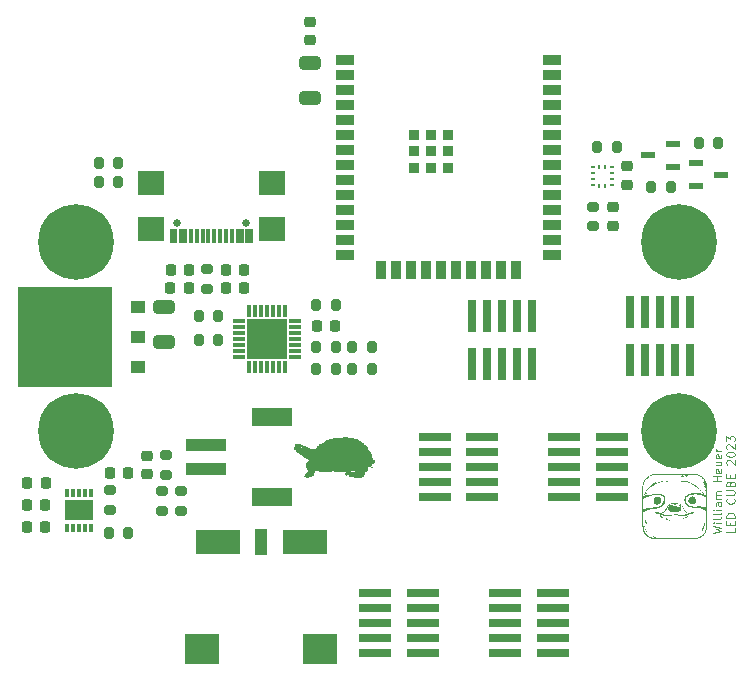
<source format=gbr>
%TF.GenerationSoftware,KiCad,Pcbnew,7.0.5*%
%TF.CreationDate,2023-09-21T20:04:05-05:00*%
%TF.ProjectId,LEDCube,4c454443-7562-4652-9e6b-696361645f70,rev?*%
%TF.SameCoordinates,Original*%
%TF.FileFunction,Soldermask,Top*%
%TF.FilePolarity,Negative*%
%FSLAX46Y46*%
G04 Gerber Fmt 4.6, Leading zero omitted, Abs format (unit mm)*
G04 Created by KiCad (PCBNEW 7.0.5) date 2023-09-21 20:04:05*
%MOMM*%
%LPD*%
G01*
G04 APERTURE LIST*
G04 Aperture macros list*
%AMRoundRect*
0 Rectangle with rounded corners*
0 $1 Rounding radius*
0 $2 $3 $4 $5 $6 $7 $8 $9 X,Y pos of 4 corners*
0 Add a 4 corners polygon primitive as box body*
4,1,4,$2,$3,$4,$5,$6,$7,$8,$9,$2,$3,0*
0 Add four circle primitives for the rounded corners*
1,1,$1+$1,$2,$3*
1,1,$1+$1,$4,$5*
1,1,$1+$1,$6,$7*
1,1,$1+$1,$8,$9*
0 Add four rect primitives between the rounded corners*
20,1,$1+$1,$2,$3,$4,$5,0*
20,1,$1+$1,$4,$5,$6,$7,0*
20,1,$1+$1,$6,$7,$8,$9,0*
20,1,$1+$1,$8,$9,$2,$3,0*%
G04 Aperture macros list end*
%ADD10C,0.125000*%
%ADD11RoundRect,0.200000X-0.275000X0.200000X-0.275000X-0.200000X0.275000X-0.200000X0.275000X0.200000X0*%
%ADD12RoundRect,0.225000X-0.250000X0.225000X-0.250000X-0.225000X0.250000X-0.225000X0.250000X0.225000X0*%
%ADD13R,1.200000X1.000000*%
%ADD14R,8.000000X8.450000*%
%ADD15RoundRect,0.225000X0.225000X0.250000X-0.225000X0.250000X-0.225000X-0.250000X0.225000X-0.250000X0*%
%ADD16R,3.500000X1.000000*%
%ADD17R,3.400000X1.500000*%
%ADD18R,1.250000X0.600000*%
%ADD19RoundRect,0.225000X-0.225000X-0.250000X0.225000X-0.250000X0.225000X0.250000X-0.225000X0.250000X0*%
%ADD20RoundRect,0.200000X0.200000X0.275000X-0.200000X0.275000X-0.200000X-0.275000X0.200000X-0.275000X0*%
%ADD21C,0.650000*%
%ADD22R,0.300000X1.150000*%
%ADD23R,2.180000X2.000000*%
%ADD24RoundRect,0.250000X-0.650000X0.325000X-0.650000X-0.325000X0.650000X-0.325000X0.650000X0.325000X0*%
%ADD25RoundRect,0.200000X0.275000X-0.200000X0.275000X0.200000X-0.275000X0.200000X-0.275000X-0.200000X0*%
%ADD26R,2.770000X0.650000*%
%ADD27C,0.800000*%
%ADD28C,6.400000*%
%ADD29RoundRect,0.200000X-0.200000X-0.275000X0.200000X-0.275000X0.200000X0.275000X-0.200000X0.275000X0*%
%ADD30R,3.810000X2.030000*%
%ADD31R,1.020000X2.290000*%
%ADD32R,3.000000X2.500000*%
%ADD33RoundRect,0.218750X0.218750X0.256250X-0.218750X0.256250X-0.218750X-0.256250X0.218750X-0.256250X0*%
%ADD34R,0.300000X1.000000*%
%ADD35R,1.000000X0.300000*%
%ADD36R,3.350000X3.350000*%
%ADD37R,1.500000X0.900000*%
%ADD38R,0.900000X1.500000*%
%ADD39R,0.900000X0.900000*%
%ADD40R,0.650000X2.770000*%
%ADD41R,0.300000X0.800000*%
%ADD42R,2.480000X1.750000*%
%ADD43RoundRect,0.225000X0.250000X-0.225000X0.250000X0.225000X-0.250000X0.225000X-0.250000X-0.225000X0*%
%ADD44R,0.410000X0.280000*%
%ADD45R,0.280000X0.410000*%
G04 APERTURE END LIST*
D10*
X158870833Y-99337764D02*
X159570833Y-99171097D01*
X159570833Y-99171097D02*
X159070833Y-99037764D01*
X159070833Y-99037764D02*
X159570833Y-98904430D01*
X159570833Y-98904430D02*
X158870833Y-98737764D01*
X159570833Y-98471097D02*
X159104166Y-98471097D01*
X158870833Y-98471097D02*
X158904166Y-98504430D01*
X158904166Y-98504430D02*
X158937500Y-98471097D01*
X158937500Y-98471097D02*
X158904166Y-98437764D01*
X158904166Y-98437764D02*
X158870833Y-98471097D01*
X158870833Y-98471097D02*
X158937500Y-98471097D01*
X159570833Y-98037764D02*
X159537500Y-98104431D01*
X159537500Y-98104431D02*
X159470833Y-98137764D01*
X159470833Y-98137764D02*
X158870833Y-98137764D01*
X159570833Y-97671097D02*
X159537500Y-97737764D01*
X159537500Y-97737764D02*
X159470833Y-97771097D01*
X159470833Y-97771097D02*
X158870833Y-97771097D01*
X159570833Y-97404430D02*
X159104166Y-97404430D01*
X158870833Y-97404430D02*
X158904166Y-97437763D01*
X158904166Y-97437763D02*
X158937500Y-97404430D01*
X158937500Y-97404430D02*
X158904166Y-97371097D01*
X158904166Y-97371097D02*
X158870833Y-97404430D01*
X158870833Y-97404430D02*
X158937500Y-97404430D01*
X159570833Y-96771097D02*
X159204166Y-96771097D01*
X159204166Y-96771097D02*
X159137500Y-96804430D01*
X159137500Y-96804430D02*
X159104166Y-96871097D01*
X159104166Y-96871097D02*
X159104166Y-97004430D01*
X159104166Y-97004430D02*
X159137500Y-97071097D01*
X159537500Y-96771097D02*
X159570833Y-96837764D01*
X159570833Y-96837764D02*
X159570833Y-97004430D01*
X159570833Y-97004430D02*
X159537500Y-97071097D01*
X159537500Y-97071097D02*
X159470833Y-97104430D01*
X159470833Y-97104430D02*
X159404166Y-97104430D01*
X159404166Y-97104430D02*
X159337500Y-97071097D01*
X159337500Y-97071097D02*
X159304166Y-97004430D01*
X159304166Y-97004430D02*
X159304166Y-96837764D01*
X159304166Y-96837764D02*
X159270833Y-96771097D01*
X159570833Y-96437764D02*
X159104166Y-96437764D01*
X159170833Y-96437764D02*
X159137500Y-96404431D01*
X159137500Y-96404431D02*
X159104166Y-96337764D01*
X159104166Y-96337764D02*
X159104166Y-96237764D01*
X159104166Y-96237764D02*
X159137500Y-96171097D01*
X159137500Y-96171097D02*
X159204166Y-96137764D01*
X159204166Y-96137764D02*
X159570833Y-96137764D01*
X159204166Y-96137764D02*
X159137500Y-96104431D01*
X159137500Y-96104431D02*
X159104166Y-96037764D01*
X159104166Y-96037764D02*
X159104166Y-95937764D01*
X159104166Y-95937764D02*
X159137500Y-95871097D01*
X159137500Y-95871097D02*
X159204166Y-95837764D01*
X159204166Y-95837764D02*
X159570833Y-95837764D01*
X159570833Y-94971098D02*
X158870833Y-94971098D01*
X159204166Y-94971098D02*
X159204166Y-94571098D01*
X159570833Y-94571098D02*
X158870833Y-94571098D01*
X159537500Y-93971098D02*
X159570833Y-94037765D01*
X159570833Y-94037765D02*
X159570833Y-94171098D01*
X159570833Y-94171098D02*
X159537500Y-94237765D01*
X159537500Y-94237765D02*
X159470833Y-94271098D01*
X159470833Y-94271098D02*
X159204166Y-94271098D01*
X159204166Y-94271098D02*
X159137500Y-94237765D01*
X159137500Y-94237765D02*
X159104166Y-94171098D01*
X159104166Y-94171098D02*
X159104166Y-94037765D01*
X159104166Y-94037765D02*
X159137500Y-93971098D01*
X159137500Y-93971098D02*
X159204166Y-93937765D01*
X159204166Y-93937765D02*
X159270833Y-93937765D01*
X159270833Y-93937765D02*
X159337500Y-94271098D01*
X159104166Y-93337765D02*
X159570833Y-93337765D01*
X159104166Y-93637765D02*
X159470833Y-93637765D01*
X159470833Y-93637765D02*
X159537500Y-93604432D01*
X159537500Y-93604432D02*
X159570833Y-93537765D01*
X159570833Y-93537765D02*
X159570833Y-93437765D01*
X159570833Y-93437765D02*
X159537500Y-93371098D01*
X159537500Y-93371098D02*
X159504166Y-93337765D01*
X159537500Y-92737765D02*
X159570833Y-92804432D01*
X159570833Y-92804432D02*
X159570833Y-92937765D01*
X159570833Y-92937765D02*
X159537500Y-93004432D01*
X159537500Y-93004432D02*
X159470833Y-93037765D01*
X159470833Y-93037765D02*
X159204166Y-93037765D01*
X159204166Y-93037765D02*
X159137500Y-93004432D01*
X159137500Y-93004432D02*
X159104166Y-92937765D01*
X159104166Y-92937765D02*
X159104166Y-92804432D01*
X159104166Y-92804432D02*
X159137500Y-92737765D01*
X159137500Y-92737765D02*
X159204166Y-92704432D01*
X159204166Y-92704432D02*
X159270833Y-92704432D01*
X159270833Y-92704432D02*
X159337500Y-93037765D01*
X159570833Y-92404432D02*
X159104166Y-92404432D01*
X159237500Y-92404432D02*
X159170833Y-92371099D01*
X159170833Y-92371099D02*
X159137500Y-92337765D01*
X159137500Y-92337765D02*
X159104166Y-92271099D01*
X159104166Y-92271099D02*
X159104166Y-92204432D01*
X160697833Y-98937764D02*
X160697833Y-99271097D01*
X160697833Y-99271097D02*
X159997833Y-99271097D01*
X160331166Y-98704430D02*
X160331166Y-98471097D01*
X160697833Y-98371097D02*
X160697833Y-98704430D01*
X160697833Y-98704430D02*
X159997833Y-98704430D01*
X159997833Y-98704430D02*
X159997833Y-98371097D01*
X160697833Y-98071097D02*
X159997833Y-98071097D01*
X159997833Y-98071097D02*
X159997833Y-97904430D01*
X159997833Y-97904430D02*
X160031166Y-97804430D01*
X160031166Y-97804430D02*
X160097833Y-97737764D01*
X160097833Y-97737764D02*
X160164500Y-97704430D01*
X160164500Y-97704430D02*
X160297833Y-97671097D01*
X160297833Y-97671097D02*
X160397833Y-97671097D01*
X160397833Y-97671097D02*
X160531166Y-97704430D01*
X160531166Y-97704430D02*
X160597833Y-97737764D01*
X160597833Y-97737764D02*
X160664500Y-97804430D01*
X160664500Y-97804430D02*
X160697833Y-97904430D01*
X160697833Y-97904430D02*
X160697833Y-98071097D01*
X160631166Y-96437764D02*
X160664500Y-96471097D01*
X160664500Y-96471097D02*
X160697833Y-96571097D01*
X160697833Y-96571097D02*
X160697833Y-96637764D01*
X160697833Y-96637764D02*
X160664500Y-96737764D01*
X160664500Y-96737764D02*
X160597833Y-96804431D01*
X160597833Y-96804431D02*
X160531166Y-96837764D01*
X160531166Y-96837764D02*
X160397833Y-96871097D01*
X160397833Y-96871097D02*
X160297833Y-96871097D01*
X160297833Y-96871097D02*
X160164500Y-96837764D01*
X160164500Y-96837764D02*
X160097833Y-96804431D01*
X160097833Y-96804431D02*
X160031166Y-96737764D01*
X160031166Y-96737764D02*
X159997833Y-96637764D01*
X159997833Y-96637764D02*
X159997833Y-96571097D01*
X159997833Y-96571097D02*
X160031166Y-96471097D01*
X160031166Y-96471097D02*
X160064500Y-96437764D01*
X159997833Y-96137764D02*
X160564500Y-96137764D01*
X160564500Y-96137764D02*
X160631166Y-96104431D01*
X160631166Y-96104431D02*
X160664500Y-96071097D01*
X160664500Y-96071097D02*
X160697833Y-96004431D01*
X160697833Y-96004431D02*
X160697833Y-95871097D01*
X160697833Y-95871097D02*
X160664500Y-95804431D01*
X160664500Y-95804431D02*
X160631166Y-95771097D01*
X160631166Y-95771097D02*
X160564500Y-95737764D01*
X160564500Y-95737764D02*
X159997833Y-95737764D01*
X160331166Y-95171098D02*
X160364500Y-95071098D01*
X160364500Y-95071098D02*
X160397833Y-95037764D01*
X160397833Y-95037764D02*
X160464500Y-95004431D01*
X160464500Y-95004431D02*
X160564500Y-95004431D01*
X160564500Y-95004431D02*
X160631166Y-95037764D01*
X160631166Y-95037764D02*
X160664500Y-95071098D01*
X160664500Y-95071098D02*
X160697833Y-95137764D01*
X160697833Y-95137764D02*
X160697833Y-95404431D01*
X160697833Y-95404431D02*
X159997833Y-95404431D01*
X159997833Y-95404431D02*
X159997833Y-95171098D01*
X159997833Y-95171098D02*
X160031166Y-95104431D01*
X160031166Y-95104431D02*
X160064500Y-95071098D01*
X160064500Y-95071098D02*
X160131166Y-95037764D01*
X160131166Y-95037764D02*
X160197833Y-95037764D01*
X160197833Y-95037764D02*
X160264500Y-95071098D01*
X160264500Y-95071098D02*
X160297833Y-95104431D01*
X160297833Y-95104431D02*
X160331166Y-95171098D01*
X160331166Y-95171098D02*
X160331166Y-95404431D01*
X160331166Y-94704431D02*
X160331166Y-94471098D01*
X160697833Y-94371098D02*
X160697833Y-94704431D01*
X160697833Y-94704431D02*
X159997833Y-94704431D01*
X159997833Y-94704431D02*
X159997833Y-94371098D01*
X160064500Y-93571098D02*
X160031166Y-93537765D01*
X160031166Y-93537765D02*
X159997833Y-93471098D01*
X159997833Y-93471098D02*
X159997833Y-93304432D01*
X159997833Y-93304432D02*
X160031166Y-93237765D01*
X160031166Y-93237765D02*
X160064500Y-93204432D01*
X160064500Y-93204432D02*
X160131166Y-93171098D01*
X160131166Y-93171098D02*
X160197833Y-93171098D01*
X160197833Y-93171098D02*
X160297833Y-93204432D01*
X160297833Y-93204432D02*
X160697833Y-93604432D01*
X160697833Y-93604432D02*
X160697833Y-93171098D01*
X159997833Y-92737765D02*
X159997833Y-92671098D01*
X159997833Y-92671098D02*
X160031166Y-92604431D01*
X160031166Y-92604431D02*
X160064500Y-92571098D01*
X160064500Y-92571098D02*
X160131166Y-92537765D01*
X160131166Y-92537765D02*
X160264500Y-92504431D01*
X160264500Y-92504431D02*
X160431166Y-92504431D01*
X160431166Y-92504431D02*
X160564500Y-92537765D01*
X160564500Y-92537765D02*
X160631166Y-92571098D01*
X160631166Y-92571098D02*
X160664500Y-92604431D01*
X160664500Y-92604431D02*
X160697833Y-92671098D01*
X160697833Y-92671098D02*
X160697833Y-92737765D01*
X160697833Y-92737765D02*
X160664500Y-92804431D01*
X160664500Y-92804431D02*
X160631166Y-92837765D01*
X160631166Y-92837765D02*
X160564500Y-92871098D01*
X160564500Y-92871098D02*
X160431166Y-92904431D01*
X160431166Y-92904431D02*
X160264500Y-92904431D01*
X160264500Y-92904431D02*
X160131166Y-92871098D01*
X160131166Y-92871098D02*
X160064500Y-92837765D01*
X160064500Y-92837765D02*
X160031166Y-92804431D01*
X160031166Y-92804431D02*
X159997833Y-92737765D01*
X160064500Y-92237764D02*
X160031166Y-92204431D01*
X160031166Y-92204431D02*
X159997833Y-92137764D01*
X159997833Y-92137764D02*
X159997833Y-91971098D01*
X159997833Y-91971098D02*
X160031166Y-91904431D01*
X160031166Y-91904431D02*
X160064500Y-91871098D01*
X160064500Y-91871098D02*
X160131166Y-91837764D01*
X160131166Y-91837764D02*
X160197833Y-91837764D01*
X160197833Y-91837764D02*
X160297833Y-91871098D01*
X160297833Y-91871098D02*
X160697833Y-92271098D01*
X160697833Y-92271098D02*
X160697833Y-91837764D01*
X159997833Y-91604431D02*
X159997833Y-91171097D01*
X159997833Y-91171097D02*
X160264500Y-91404431D01*
X160264500Y-91404431D02*
X160264500Y-91304431D01*
X160264500Y-91304431D02*
X160297833Y-91237764D01*
X160297833Y-91237764D02*
X160331166Y-91204431D01*
X160331166Y-91204431D02*
X160397833Y-91171097D01*
X160397833Y-91171097D02*
X160564500Y-91171097D01*
X160564500Y-91171097D02*
X160631166Y-91204431D01*
X160631166Y-91204431D02*
X160664500Y-91237764D01*
X160664500Y-91237764D02*
X160697833Y-91304431D01*
X160697833Y-91304431D02*
X160697833Y-91504431D01*
X160697833Y-91504431D02*
X160664500Y-91571097D01*
X160664500Y-91571097D02*
X160631166Y-91604431D01*
%TO.C,G\u002A\u002A\u002A*%
G36*
X155147165Y-98248376D02*
G01*
X155154705Y-98253319D01*
X155160342Y-98260238D01*
X155166633Y-98270409D01*
X155172736Y-98282125D01*
X155177807Y-98293680D01*
X155181002Y-98303366D01*
X155181674Y-98307904D01*
X155181032Y-98313542D01*
X155177926Y-98315669D01*
X155172363Y-98315855D01*
X155162691Y-98314814D01*
X155153368Y-98312812D01*
X155139084Y-98306776D01*
X155128980Y-98297722D01*
X155124510Y-98290592D01*
X155119106Y-98276521D01*
X155118128Y-98264593D01*
X155121555Y-98255403D01*
X155125852Y-98251362D01*
X155136704Y-98247079D01*
X155147165Y-98248376D01*
G37*
G36*
X153256858Y-95852467D02*
G01*
X153261663Y-95856052D01*
X153263742Y-95858157D01*
X153271227Y-95865970D01*
X153254541Y-95876020D01*
X153230668Y-95889382D01*
X153201528Y-95903872D01*
X153166985Y-95919555D01*
X153154773Y-95924835D01*
X153137200Y-95932290D01*
X153124065Y-95937623D01*
X153114565Y-95941021D01*
X153107897Y-95942675D01*
X153103256Y-95942773D01*
X153099839Y-95941504D01*
X153096842Y-95939058D01*
X153096357Y-95938579D01*
X153092206Y-95931998D01*
X153092231Y-95927587D01*
X153098003Y-95918285D01*
X153108582Y-95908254D01*
X153123160Y-95897899D01*
X153140925Y-95887623D01*
X153161071Y-95877829D01*
X153182786Y-95868923D01*
X153205261Y-95861306D01*
X153227688Y-95855384D01*
X153242759Y-95852489D01*
X153251374Y-95851500D01*
X153256858Y-95852467D01*
G37*
G36*
X153321390Y-98558262D02*
G01*
X153323757Y-98560527D01*
X153324234Y-98561168D01*
X153327401Y-98567122D01*
X153328613Y-98574246D01*
X153327698Y-98583210D01*
X153324489Y-98594687D01*
X153318817Y-98609346D01*
X153310513Y-98627859D01*
X153304011Y-98641477D01*
X153296044Y-98657508D01*
X153288395Y-98672177D01*
X153281590Y-98684528D01*
X153276158Y-98693602D01*
X153272628Y-98698441D01*
X153263552Y-98704394D01*
X153254167Y-98705126D01*
X153245602Y-98700571D01*
X153245017Y-98700007D01*
X153241293Y-98694438D01*
X153239568Y-98686290D01*
X153239287Y-98678638D01*
X153239820Y-98669603D01*
X153241794Y-98660977D01*
X153245771Y-98650950D01*
X153251520Y-98639246D01*
X153264462Y-98615413D01*
X153276285Y-98596507D01*
X153287423Y-98581936D01*
X153298305Y-98571110D01*
X153304896Y-98566163D01*
X153313308Y-98560732D01*
X153318356Y-98558214D01*
X153321390Y-98558262D01*
G37*
G36*
X155002525Y-94990409D02*
G01*
X155049038Y-94996702D01*
X155092877Y-95006780D01*
X155133257Y-95020521D01*
X155147295Y-95026571D01*
X155160187Y-95032482D01*
X155141566Y-95032386D01*
X155128874Y-95031926D01*
X155115928Y-95030842D01*
X155108620Y-95029860D01*
X155088429Y-95026747D01*
X155063928Y-95023472D01*
X155036524Y-95020193D01*
X155007627Y-95017069D01*
X154978647Y-95014258D01*
X154950993Y-95011918D01*
X154944269Y-95011412D01*
X154916659Y-95009367D01*
X154894242Y-95007635D01*
X154876494Y-95006159D01*
X154862889Y-95004879D01*
X154852902Y-95003737D01*
X154846010Y-95002675D01*
X154841687Y-95001633D01*
X154839409Y-95000555D01*
X154838713Y-94999646D01*
X154838888Y-94997991D01*
X154841021Y-94996575D01*
X154845733Y-94995304D01*
X154853641Y-94994083D01*
X154865364Y-94992820D01*
X154881522Y-94991420D01*
X154902733Y-94989789D01*
X154904611Y-94989649D01*
X154954121Y-94988018D01*
X155002525Y-94990409D01*
G37*
G36*
X155028968Y-98182742D02*
G01*
X155033139Y-98186478D01*
X155037542Y-98193235D01*
X155042853Y-98204430D01*
X155048690Y-98218921D01*
X155054667Y-98235563D01*
X155060401Y-98253215D01*
X155065509Y-98270731D01*
X155069605Y-98286970D01*
X155072307Y-98300787D01*
X155072831Y-98304659D01*
X155074106Y-98315964D01*
X155075082Y-98325032D01*
X155075605Y-98330402D01*
X155075652Y-98331154D01*
X155074718Y-98333028D01*
X155071438Y-98332352D01*
X155065192Y-98328816D01*
X155055355Y-98322108D01*
X155050415Y-98318569D01*
X155041633Y-98312096D01*
X155035360Y-98306766D01*
X155030620Y-98301249D01*
X155026440Y-98294215D01*
X155021845Y-98284332D01*
X155016984Y-98272935D01*
X155009277Y-98254462D01*
X155003621Y-98240266D01*
X154999715Y-98229399D01*
X154997257Y-98220913D01*
X154995945Y-98213860D01*
X154995478Y-98207294D01*
X154995457Y-98205326D01*
X154997520Y-98193507D01*
X155002988Y-98184798D01*
X155010775Y-98179738D01*
X155019796Y-98178872D01*
X155028968Y-98182742D01*
G37*
G36*
X157815967Y-95742086D02*
G01*
X157835232Y-95746110D01*
X157855886Y-95752324D01*
X157876884Y-95760264D01*
X157897184Y-95769467D01*
X157915739Y-95779471D01*
X157931508Y-95789812D01*
X157943445Y-95800028D01*
X157949229Y-95807284D01*
X157953652Y-95815691D01*
X157954036Y-95820971D01*
X157950051Y-95824366D01*
X157944132Y-95826385D01*
X157934512Y-95828561D01*
X157926146Y-95828880D01*
X157916629Y-95827233D01*
X157907604Y-95824736D01*
X157899854Y-95822391D01*
X157887979Y-95818751D01*
X157873321Y-95814231D01*
X157857224Y-95809244D01*
X157848874Y-95806648D01*
X157832143Y-95801676D01*
X157815711Y-95797211D01*
X157801057Y-95793627D01*
X157789664Y-95791298D01*
X157785847Y-95790742D01*
X157774415Y-95789026D01*
X157763878Y-95786714D01*
X157757915Y-95784825D01*
X157751750Y-95781558D01*
X157749130Y-95777137D01*
X157748604Y-95769828D01*
X157751176Y-95758815D01*
X157758749Y-95750295D01*
X157771103Y-95744393D01*
X157788020Y-95741236D01*
X157799135Y-95740715D01*
X157815967Y-95742086D01*
G37*
G36*
X154900178Y-98091997D02*
G01*
X154904892Y-98093767D01*
X154910350Y-98096616D01*
X154914859Y-98100639D01*
X154918801Y-98106646D01*
X154922556Y-98115446D01*
X154926505Y-98127848D01*
X154931028Y-98144662D01*
X154933553Y-98154690D01*
X154938975Y-98174256D01*
X154946135Y-98196805D01*
X154954303Y-98220146D01*
X154962512Y-98241511D01*
X154969527Y-98259056D01*
X154974507Y-98272191D01*
X154977703Y-98281758D01*
X154979366Y-98288603D01*
X154979748Y-98293569D01*
X154979135Y-98297376D01*
X154975607Y-98304272D01*
X154969582Y-98306829D01*
X154962985Y-98306594D01*
X154959580Y-98305396D01*
X154956065Y-98301580D01*
X154951680Y-98295414D01*
X154951615Y-98295313D01*
X154946915Y-98289875D01*
X154939009Y-98282613D01*
X154929436Y-98274918D01*
X154927330Y-98273356D01*
X154905579Y-98254364D01*
X154888308Y-98232264D01*
X154875316Y-98206711D01*
X154866403Y-98177356D01*
X154863786Y-98163553D01*
X154862537Y-98144566D01*
X154864746Y-98126968D01*
X154870072Y-98111771D01*
X154878178Y-98099988D01*
X154887283Y-98093276D01*
X154893712Y-98091154D01*
X154900178Y-98091997D01*
G37*
G36*
X153239677Y-98405532D02*
G01*
X153242688Y-98408761D01*
X153246976Y-98416127D01*
X153251989Y-98426336D01*
X153257175Y-98438094D01*
X153261983Y-98450110D01*
X153265861Y-98461088D01*
X153268256Y-98469736D01*
X153268755Y-98473682D01*
X153267569Y-98479462D01*
X153264292Y-98489788D01*
X153259174Y-98503976D01*
X153252465Y-98521344D01*
X153244417Y-98541208D01*
X153240920Y-98549601D01*
X153230672Y-98573664D01*
X153222083Y-98592820D01*
X153214801Y-98607524D01*
X153208473Y-98618233D01*
X153202744Y-98625405D01*
X153197262Y-98629495D01*
X153191675Y-98630961D01*
X153185627Y-98630259D01*
X153180008Y-98628358D01*
X153171855Y-98622307D01*
X153166307Y-98611615D01*
X153163214Y-98595984D01*
X153163138Y-98595242D01*
X153162624Y-98587207D01*
X153163019Y-98579768D01*
X153164609Y-98571468D01*
X153167680Y-98560849D01*
X153172518Y-98546456D01*
X153172966Y-98545168D01*
X153187553Y-98506022D01*
X153202398Y-98471834D01*
X153217843Y-98441832D01*
X153221750Y-98435045D01*
X153227936Y-98424270D01*
X153232833Y-98415233D01*
X153235812Y-98409125D01*
X153236422Y-98407282D01*
X153238458Y-98405333D01*
X153239677Y-98405532D01*
G37*
G36*
X157879215Y-95847895D02*
G01*
X157899779Y-95853068D01*
X157922464Y-95862041D01*
X157930519Y-95865924D01*
X157958372Y-95881105D01*
X157987904Y-95899262D01*
X158017636Y-95919362D01*
X158046090Y-95940369D01*
X158071788Y-95961252D01*
X158088921Y-95976742D01*
X158110887Y-95997801D01*
X158103267Y-96011657D01*
X158098664Y-96019414D01*
X158094884Y-96024707D01*
X158093302Y-96026118D01*
X158089607Y-96025540D01*
X158082106Y-96023451D01*
X158072378Y-96020292D01*
X158071765Y-96020081D01*
X158059048Y-96015218D01*
X158045627Y-96009078D01*
X158030690Y-96001213D01*
X158013423Y-95991176D01*
X157993013Y-95978520D01*
X157974166Y-95966397D01*
X157946231Y-95948680D01*
X157921824Y-95934244D01*
X157900113Y-95922647D01*
X157880268Y-95913449D01*
X157861457Y-95906210D01*
X157858903Y-95905343D01*
X157846558Y-95901039D01*
X157838424Y-95897551D01*
X157833213Y-95894093D01*
X157829633Y-95889879D01*
X157827477Y-95886187D01*
X157824051Y-95879127D01*
X157823402Y-95874093D01*
X157825434Y-95868153D01*
X157826788Y-95865259D01*
X157834559Y-95855204D01*
X157846174Y-95848960D01*
X157861203Y-95846524D01*
X157879215Y-95847895D01*
G37*
G36*
X153267040Y-95987500D02*
G01*
X153272869Y-95988465D01*
X153273666Y-95989258D01*
X153272141Y-95992353D01*
X153267416Y-95996970D01*
X153259270Y-96003248D01*
X153247478Y-96011331D01*
X153231817Y-96021360D01*
X153212064Y-96033477D01*
X153187997Y-96047824D01*
X153159390Y-96064542D01*
X153126022Y-96083774D01*
X153114665Y-96090275D01*
X153086473Y-96106338D01*
X153062787Y-96119681D01*
X153043172Y-96130487D01*
X153027194Y-96138936D01*
X153014418Y-96145213D01*
X153004410Y-96149500D01*
X152996735Y-96151978D01*
X152990959Y-96152831D01*
X152986648Y-96152241D01*
X152983366Y-96150390D01*
X152980681Y-96147462D01*
X152980178Y-96146764D01*
X152976193Y-96136367D01*
X152976956Y-96124472D01*
X152980732Y-96115391D01*
X152986638Y-96108212D01*
X152996853Y-96098932D01*
X153010597Y-96088082D01*
X153027089Y-96076194D01*
X153045549Y-96063802D01*
X153065199Y-96051437D01*
X153085256Y-96039631D01*
X153104943Y-96028916D01*
X153114665Y-96024006D01*
X153140506Y-96011872D01*
X153162889Y-96002646D01*
X153183061Y-95995963D01*
X153202268Y-95991458D01*
X153221754Y-95988766D01*
X153238571Y-95987664D01*
X153255592Y-95987232D01*
X153267040Y-95987500D01*
G37*
G36*
X153204332Y-99103380D02*
G01*
X153209101Y-99109642D01*
X153215571Y-99118970D01*
X153223091Y-99130455D01*
X153224509Y-99132685D01*
X153233869Y-99147996D01*
X153240275Y-99159858D01*
X153244252Y-99169373D01*
X153246325Y-99177643D01*
X153246501Y-99178816D01*
X153247412Y-99196303D01*
X153246081Y-99217745D01*
X153242635Y-99241878D01*
X153237789Y-99265026D01*
X153234329Y-99280139D01*
X153230932Y-99296191D01*
X153228175Y-99310418D01*
X153227469Y-99314445D01*
X153224931Y-99326832D01*
X153222203Y-99333741D01*
X153218951Y-99335424D01*
X153214838Y-99332131D01*
X153211080Y-99326698D01*
X153207406Y-99319304D01*
X153203144Y-99308593D01*
X153199171Y-99296785D01*
X153198904Y-99295900D01*
X153196972Y-99289009D01*
X153195445Y-99282208D01*
X153194262Y-99274678D01*
X153193360Y-99265598D01*
X153192678Y-99254150D01*
X153192154Y-99239512D01*
X153191727Y-99220866D01*
X153191335Y-99197391D01*
X153191296Y-99194774D01*
X153190975Y-99170895D01*
X153190824Y-99152072D01*
X153190868Y-99137636D01*
X153191135Y-99126914D01*
X153191651Y-99119235D01*
X153192442Y-99113929D01*
X153193535Y-99110324D01*
X153194710Y-99108112D01*
X153198818Y-99103061D01*
X153201913Y-99101090D01*
X153204332Y-99103380D01*
G37*
G36*
X157968610Y-98940472D02*
G01*
X157974089Y-98947912D01*
X157979505Y-98959211D01*
X157984383Y-98973466D01*
X157986466Y-98981393D01*
X157990094Y-99000544D01*
X157992640Y-99022169D01*
X157994116Y-99045162D01*
X157994537Y-99068416D01*
X157993915Y-99090825D01*
X157992264Y-99111282D01*
X157989598Y-99128681D01*
X157985930Y-99141916D01*
X157984467Y-99145249D01*
X157980188Y-99152963D01*
X157974479Y-99162227D01*
X157968192Y-99171790D01*
X157962178Y-99180398D01*
X157957290Y-99186801D01*
X157954379Y-99189744D01*
X157954159Y-99189810D01*
X157950785Y-99188051D01*
X157946094Y-99183985D01*
X157941726Y-99176923D01*
X157941859Y-99170377D01*
X157942021Y-99164259D01*
X157941058Y-99154254D01*
X157939161Y-99142050D01*
X157937885Y-99135469D01*
X157935672Y-99121947D01*
X157933848Y-99105208D01*
X157932439Y-99086325D01*
X157931468Y-99066374D01*
X157930959Y-99046430D01*
X157930934Y-99027568D01*
X157931419Y-99010862D01*
X157932438Y-98997389D01*
X157934012Y-98988222D01*
X157934588Y-98986495D01*
X157938283Y-98978468D01*
X157943393Y-98968738D01*
X157949163Y-98958571D01*
X157954841Y-98949235D01*
X157959674Y-98941995D01*
X157962908Y-98938120D01*
X157963541Y-98937792D01*
X157968610Y-98940472D01*
G37*
G36*
X158144434Y-98535325D02*
G01*
X158146934Y-98543185D01*
X158150252Y-98554490D01*
X158154104Y-98568185D01*
X158158206Y-98583211D01*
X158162274Y-98598511D01*
X158166026Y-98613030D01*
X158169176Y-98625709D01*
X158171442Y-98635493D01*
X158172540Y-98641323D01*
X158172600Y-98642106D01*
X158172130Y-98646850D01*
X158170835Y-98656004D01*
X158168875Y-98668624D01*
X158166416Y-98683764D01*
X158163619Y-98700482D01*
X158160647Y-98717831D01*
X158157664Y-98734868D01*
X158154832Y-98750648D01*
X158152314Y-98764226D01*
X158150273Y-98774658D01*
X158148873Y-98781000D01*
X158148379Y-98782486D01*
X158146233Y-98781028D01*
X158141910Y-98776071D01*
X158138182Y-98771179D01*
X158127036Y-98754773D01*
X158118810Y-98739620D01*
X158112204Y-98723102D01*
X158108482Y-98711467D01*
X158103375Y-98693401D01*
X158100235Y-98679309D01*
X158098894Y-98667849D01*
X158099184Y-98657678D01*
X158100632Y-98648832D01*
X158102413Y-98642265D01*
X158105616Y-98632119D01*
X158109906Y-98619321D01*
X158114946Y-98604792D01*
X158120403Y-98589458D01*
X158125940Y-98574242D01*
X158131222Y-98560068D01*
X158135914Y-98547860D01*
X158139681Y-98538543D01*
X158142188Y-98533040D01*
X158143036Y-98531968D01*
X158144434Y-98535325D01*
G37*
G36*
X158048007Y-98777607D02*
G01*
X158049623Y-98778979D01*
X158057306Y-98788298D01*
X158065285Y-98802104D01*
X158073091Y-98819207D01*
X158080256Y-98838416D01*
X158086309Y-98858538D01*
X158090783Y-98878384D01*
X158092190Y-98887148D01*
X158093765Y-98901995D01*
X158094871Y-98918762D01*
X158095254Y-98932749D01*
X158095162Y-98942382D01*
X158094598Y-98949910D01*
X158093131Y-98956724D01*
X158090330Y-98964215D01*
X158085762Y-98973775D01*
X158078998Y-98986792D01*
X158077771Y-98989123D01*
X158071079Y-99001696D01*
X158065231Y-99012446D01*
X158060795Y-99020344D01*
X158058341Y-99024360D01*
X158058164Y-99024580D01*
X158056412Y-99022842D01*
X158052874Y-99016610D01*
X158047949Y-99006684D01*
X158042039Y-98993864D01*
X158036675Y-98981607D01*
X158025773Y-98955154D01*
X158017516Y-98932722D01*
X158011641Y-98913391D01*
X158007886Y-98896246D01*
X158005988Y-98880369D01*
X158005668Y-98873332D01*
X158005603Y-98865437D01*
X158006065Y-98858816D01*
X158007424Y-98852304D01*
X158010047Y-98844738D01*
X158014302Y-98834953D01*
X158020557Y-98821786D01*
X158024560Y-98813547D01*
X158031926Y-98798500D01*
X158037273Y-98787953D01*
X158041077Y-98781248D01*
X158043817Y-98777727D01*
X158045967Y-98776733D01*
X158048007Y-98777607D01*
G37*
G36*
X153119485Y-98933359D02*
G01*
X153123228Y-98939898D01*
X153128120Y-98949591D01*
X153133669Y-98961355D01*
X153139385Y-98974107D01*
X153144775Y-98986764D01*
X153149348Y-98998244D01*
X153152614Y-99007464D01*
X153153593Y-99010846D01*
X153154403Y-99015332D01*
X153154564Y-99020664D01*
X153153949Y-99027651D01*
X153152433Y-99037099D01*
X153149890Y-99049816D01*
X153146193Y-99066608D01*
X153142109Y-99084436D01*
X153137281Y-99105166D01*
X153132266Y-99126459D01*
X153127418Y-99146829D01*
X153123091Y-99164791D01*
X153119639Y-99178858D01*
X153119251Y-99180409D01*
X153115832Y-99194424D01*
X153112891Y-99207172D01*
X153110753Y-99217197D01*
X153109766Y-99222847D01*
X153108999Y-99225531D01*
X153107552Y-99224544D01*
X153105178Y-99219388D01*
X153101628Y-99209566D01*
X153098406Y-99199928D01*
X153093703Y-99184631D01*
X153089339Y-99168686D01*
X153085912Y-99154365D01*
X153084457Y-99146928D01*
X153082312Y-99128601D01*
X153081177Y-99106724D01*
X153081055Y-99083390D01*
X153081944Y-99060688D01*
X153083846Y-99040710D01*
X153084432Y-99036689D01*
X153087095Y-99022428D01*
X153090735Y-99006570D01*
X153095051Y-98990076D01*
X153099744Y-98973910D01*
X153104512Y-98959036D01*
X153109056Y-98946415D01*
X153113075Y-98937012D01*
X153116269Y-98931789D01*
X153117382Y-98931055D01*
X153119485Y-98933359D01*
G37*
G36*
X156817250Y-97875492D02*
G01*
X156823557Y-97878294D01*
X156825741Y-97883763D01*
X156823594Y-97890379D01*
X156819848Y-97894519D01*
X156797373Y-97913361D01*
X156776519Y-97930890D01*
X156757913Y-97946577D01*
X156742183Y-97959892D01*
X156729956Y-97970307D01*
X156725843Y-97973839D01*
X156710503Y-97986428D01*
X156694786Y-97997911D01*
X156677554Y-98009001D01*
X156657672Y-98020414D01*
X156634005Y-98032862D01*
X156623617Y-98038095D01*
X156573401Y-98061885D01*
X156525611Y-98081827D01*
X156478937Y-98098416D01*
X156432067Y-98112146D01*
X156417868Y-98115758D01*
X156388208Y-98122701D01*
X156363345Y-98127712D01*
X156342711Y-98130857D01*
X156325733Y-98132204D01*
X156311842Y-98131820D01*
X156300465Y-98129771D01*
X156299874Y-98129604D01*
X156291811Y-98125277D01*
X156288522Y-98118978D01*
X156290405Y-98111770D01*
X156292272Y-98109328D01*
X156297347Y-98104784D01*
X156304643Y-98100199D01*
X156314749Y-98095332D01*
X156328252Y-98089943D01*
X156345739Y-98083791D01*
X156367798Y-98076635D01*
X156385463Y-98071148D01*
X156428170Y-98057774D01*
X156466560Y-98045086D01*
X156501920Y-98032571D01*
X156535535Y-98019714D01*
X156568692Y-98005999D01*
X156602676Y-97990913D01*
X156638774Y-97973941D01*
X156678271Y-97954567D01*
X156684247Y-97951583D01*
X156709365Y-97938908D01*
X156730037Y-97928195D01*
X156747015Y-97919003D01*
X156761054Y-97910888D01*
X156772907Y-97903407D01*
X156783327Y-97896118D01*
X156793067Y-97888576D01*
X156797196Y-97885179D01*
X156807153Y-97878087D01*
X156814971Y-97875453D01*
X156817250Y-97875492D01*
G37*
G36*
X157161264Y-96263164D02*
G01*
X157175954Y-96264905D01*
X157197679Y-96271165D01*
X157221225Y-96281756D01*
X157245657Y-96295989D01*
X157270035Y-96313173D01*
X157293423Y-96332618D01*
X157314883Y-96353635D01*
X157333479Y-96375533D01*
X157341544Y-96386799D01*
X157354598Y-96408385D01*
X157367466Y-96433439D01*
X157379535Y-96460451D01*
X157390188Y-96487914D01*
X157398813Y-96514320D01*
X157404793Y-96538161D01*
X157406073Y-96545156D01*
X157407859Y-96558725D01*
X157409605Y-96576637D01*
X157411226Y-96597506D01*
X157412635Y-96619944D01*
X157413746Y-96642565D01*
X157414473Y-96663982D01*
X157414730Y-96682809D01*
X157414727Y-96684566D01*
X157414686Y-96692369D01*
X157414410Y-96698802D01*
X157413566Y-96704655D01*
X157411822Y-96710718D01*
X157408844Y-96717781D01*
X157404300Y-96726633D01*
X157397857Y-96738065D01*
X157389183Y-96752865D01*
X157378012Y-96771710D01*
X157363826Y-96794710D01*
X157350668Y-96813672D01*
X157337380Y-96829856D01*
X157322806Y-96844522D01*
X157305788Y-96858929D01*
X157285170Y-96874338D01*
X157281103Y-96877233D01*
X157263634Y-96889301D01*
X157249305Y-96898361D01*
X157236828Y-96905036D01*
X157224915Y-96909953D01*
X157212275Y-96913736D01*
X157200164Y-96916492D01*
X157185977Y-96918536D01*
X157167553Y-96919881D01*
X157146343Y-96920528D01*
X157123796Y-96920477D01*
X157101364Y-96919728D01*
X157080495Y-96918281D01*
X157064798Y-96916465D01*
X157014447Y-96906350D01*
X156965798Y-96891034D01*
X156919454Y-96870747D01*
X156876019Y-96845713D01*
X156874268Y-96844562D01*
X156849190Y-96824656D01*
X156827144Y-96800415D01*
X156808582Y-96772624D01*
X156793956Y-96742063D01*
X156783719Y-96709517D01*
X156778632Y-96679167D01*
X156777864Y-96663885D01*
X156777987Y-96644450D01*
X156778888Y-96622340D01*
X156780456Y-96599033D01*
X156782579Y-96576007D01*
X156785144Y-96554740D01*
X156788041Y-96536712D01*
X156790157Y-96526998D01*
X156799713Y-96494091D01*
X156811056Y-96462793D01*
X156823753Y-96434057D01*
X156837368Y-96408834D01*
X156851467Y-96388078D01*
X156856106Y-96382424D01*
X156868967Y-96368697D01*
X156884497Y-96353900D01*
X156901742Y-96338788D01*
X156919746Y-96324113D01*
X156937555Y-96310628D01*
X156954211Y-96299086D01*
X156968762Y-96290241D01*
X156979575Y-96285091D01*
X156996432Y-96279888D01*
X157017397Y-96275139D01*
X157041252Y-96270968D01*
X157066778Y-96267500D01*
X157092760Y-96264860D01*
X157117980Y-96263174D01*
X157141221Y-96262567D01*
X157161264Y-96263164D01*
G37*
G36*
X153120957Y-97971512D02*
G01*
X153123579Y-97978815D01*
X153127400Y-97991236D01*
X153131889Y-98006830D01*
X153137272Y-98027599D01*
X153140484Y-98045152D01*
X153141648Y-98061524D01*
X153140888Y-98078748D01*
X153138329Y-98098860D01*
X153137729Y-98102680D01*
X153135273Y-98119605D01*
X153132723Y-98139975D01*
X153130188Y-98162607D01*
X153127780Y-98186315D01*
X153125610Y-98209915D01*
X153123787Y-98232221D01*
X153122423Y-98252049D01*
X153121629Y-98268214D01*
X153121471Y-98276734D01*
X153121713Y-98292553D01*
X153122486Y-98303102D01*
X153124029Y-98308364D01*
X153126581Y-98308319D01*
X153130381Y-98302952D01*
X153135670Y-98292245D01*
X153142686Y-98276179D01*
X153143127Y-98275137D01*
X153150935Y-98257593D01*
X153158696Y-98241759D01*
X153166014Y-98228305D01*
X153172491Y-98217900D01*
X153177732Y-98211212D01*
X153181340Y-98208910D01*
X153182176Y-98209299D01*
X153183724Y-98212946D01*
X153186242Y-98221064D01*
X153189449Y-98232532D01*
X153193065Y-98246230D01*
X153196810Y-98261036D01*
X153200405Y-98275830D01*
X153203569Y-98289491D01*
X153206023Y-98300898D01*
X153207486Y-98308930D01*
X153207774Y-98311791D01*
X153206913Y-98317268D01*
X153204549Y-98326973D01*
X153201004Y-98339706D01*
X153196604Y-98354263D01*
X153194734Y-98360148D01*
X153189072Y-98378180D01*
X153183140Y-98397831D01*
X153177622Y-98416796D01*
X153173200Y-98432770D01*
X153172987Y-98433574D01*
X153168390Y-98450245D01*
X153164395Y-98462584D01*
X153160429Y-98471867D01*
X153155917Y-98479370D01*
X153150283Y-98486368D01*
X153148137Y-98488723D01*
X153138923Y-98495178D01*
X153128881Y-98496180D01*
X153119839Y-98492308D01*
X153115131Y-98487073D01*
X153110399Y-98478867D01*
X153108750Y-98475027D01*
X153106152Y-98463612D01*
X153105089Y-98447833D01*
X153105513Y-98428833D01*
X153107374Y-98407755D01*
X153110624Y-98385741D01*
X153113038Y-98373411D01*
X153115067Y-98363617D01*
X153116627Y-98354811D01*
X153117707Y-98346256D01*
X153118292Y-98337215D01*
X153118370Y-98326949D01*
X153117928Y-98314721D01*
X153116953Y-98299794D01*
X153115432Y-98281428D01*
X153113352Y-98258888D01*
X153110700Y-98231435D01*
X153110503Y-98229420D01*
X153106771Y-98190706D01*
X153103646Y-98157160D01*
X153101086Y-98128257D01*
X153099051Y-98103472D01*
X153097497Y-98082282D01*
X153096384Y-98064159D01*
X153095669Y-98048581D01*
X153095400Y-98039653D01*
X153095209Y-98027282D01*
X153095655Y-98018678D01*
X153097233Y-98011879D01*
X153100434Y-98004925D01*
X153105753Y-97995855D01*
X153106882Y-97993996D01*
X153112514Y-97984405D01*
X153116745Y-97976579D01*
X153118852Y-97971877D01*
X153118962Y-97971316D01*
X153119447Y-97969091D01*
X153120957Y-97971512D01*
G37*
G36*
X154118068Y-96294822D02*
G01*
X154132463Y-96295149D01*
X154163574Y-96296073D01*
X154189663Y-96297145D01*
X154211437Y-96298442D01*
X154229602Y-96300043D01*
X154244865Y-96302024D01*
X154257933Y-96304463D01*
X154269513Y-96307438D01*
X154280312Y-96311026D01*
X154281590Y-96311502D01*
X154313273Y-96326404D01*
X154342874Y-96346194D01*
X154369875Y-96370251D01*
X154393759Y-96397949D01*
X154414007Y-96428668D01*
X154430103Y-96461782D01*
X154441529Y-96496670D01*
X154443871Y-96506916D01*
X154447100Y-96520709D01*
X154451074Y-96535138D01*
X154454824Y-96546761D01*
X154457024Y-96553261D01*
X154458634Y-96559513D01*
X154459731Y-96566526D01*
X154460396Y-96575310D01*
X154460707Y-96586875D01*
X154460743Y-96602230D01*
X154460602Y-96620554D01*
X154460358Y-96640324D01*
X154459995Y-96655447D01*
X154459402Y-96667004D01*
X154458470Y-96676078D01*
X154457090Y-96683752D01*
X154455150Y-96691106D01*
X154452638Y-96698939D01*
X154448432Y-96709980D01*
X154442213Y-96724373D01*
X154434465Y-96741164D01*
X154425673Y-96759396D01*
X154416322Y-96778115D01*
X154406896Y-96796367D01*
X154397881Y-96813197D01*
X154389761Y-96827649D01*
X154383022Y-96838769D01*
X154378199Y-96845542D01*
X154371145Y-96852468D01*
X154360222Y-96861614D01*
X154346460Y-96872230D01*
X154330891Y-96883566D01*
X154314545Y-96894871D01*
X154298452Y-96905396D01*
X154283643Y-96914390D01*
X154283535Y-96914452D01*
X154266012Y-96923938D01*
X154249477Y-96931734D01*
X154234988Y-96937403D01*
X154223603Y-96940512D01*
X154219113Y-96940973D01*
X154212890Y-96941579D01*
X154202569Y-96943226D01*
X154189632Y-96945656D01*
X154176770Y-96948345D01*
X154132638Y-96955304D01*
X154088098Y-96956805D01*
X154061507Y-96955183D01*
X154041422Y-96952717D01*
X154024167Y-96949081D01*
X154008274Y-96943698D01*
X153992275Y-96935989D01*
X153974702Y-96925375D01*
X153959197Y-96914875D01*
X153939652Y-96900912D01*
X153924056Y-96888967D01*
X153911417Y-96878161D01*
X153900742Y-96867611D01*
X153891039Y-96856438D01*
X153885708Y-96849643D01*
X153877574Y-96838192D01*
X153867730Y-96823163D01*
X153857093Y-96806070D01*
X153846577Y-96788430D01*
X153837095Y-96771756D01*
X153829564Y-96757565D01*
X153827233Y-96752775D01*
X153819447Y-96736134D01*
X153820290Y-96675972D01*
X153820843Y-96647722D01*
X153821721Y-96624182D01*
X153823053Y-96604336D01*
X153824964Y-96587167D01*
X153827585Y-96571660D01*
X153831041Y-96556797D01*
X153835462Y-96541562D01*
X153838289Y-96532842D01*
X153855643Y-96487272D01*
X153875759Y-96446597D01*
X153898810Y-96410602D01*
X153924974Y-96379069D01*
X153954424Y-96351781D01*
X153987336Y-96328522D01*
X154016104Y-96312753D01*
X154029227Y-96306645D01*
X154041051Y-96301989D01*
X154052645Y-96298622D01*
X154065076Y-96296384D01*
X154079412Y-96295112D01*
X154096720Y-96294645D01*
X154118068Y-96294822D01*
G37*
G36*
X156501093Y-94950366D02*
G01*
X156531364Y-94951196D01*
X156556815Y-94952784D01*
X156572856Y-94954275D01*
X156586642Y-94955869D01*
X156599447Y-94957817D01*
X156612548Y-94960368D01*
X156627218Y-94963773D01*
X156644733Y-94968283D01*
X156666369Y-94974148D01*
X156668259Y-94974667D01*
X156709848Y-94986714D01*
X156751431Y-95000026D01*
X156793477Y-95014809D01*
X156836461Y-95031273D01*
X156880852Y-95049625D01*
X156927124Y-95070073D01*
X156975748Y-95092825D01*
X157027196Y-95118088D01*
X157081940Y-95146072D01*
X157140451Y-95176983D01*
X157197115Y-95207693D01*
X157229851Y-95225738D01*
X157258253Y-95241698D01*
X157283099Y-95256073D01*
X157305170Y-95269363D01*
X157325242Y-95282072D01*
X157344094Y-95294698D01*
X157362505Y-95307745D01*
X157381254Y-95321713D01*
X157401119Y-95337103D01*
X157414093Y-95347384D01*
X157435819Y-95365052D01*
X157457025Y-95383039D01*
X157478256Y-95401870D01*
X157500058Y-95422066D01*
X157522977Y-95444153D01*
X157547560Y-95468654D01*
X157574352Y-95496093D01*
X157603899Y-95526992D01*
X157627791Y-95552322D01*
X157649852Y-95576078D01*
X157667853Y-95596034D01*
X157681898Y-95612323D01*
X157692094Y-95625075D01*
X157698548Y-95634423D01*
X157701366Y-95640498D01*
X157700987Y-95643183D01*
X157694579Y-95646970D01*
X157686091Y-95647264D01*
X157674728Y-95643969D01*
X157662725Y-95638529D01*
X157653358Y-95633403D01*
X157644173Y-95627295D01*
X157634209Y-95619435D01*
X157622504Y-95609053D01*
X157608096Y-95595379D01*
X157604576Y-95591957D01*
X157590364Y-95578308D01*
X157579697Y-95568565D01*
X157572217Y-95562438D01*
X157567570Y-95559634D01*
X157565399Y-95559864D01*
X157565390Y-95559878D01*
X157564701Y-95561175D01*
X157564006Y-95562093D01*
X157562803Y-95562311D01*
X157560591Y-95561508D01*
X157556868Y-95559363D01*
X157551134Y-95555555D01*
X157542886Y-95549763D01*
X157531622Y-95541668D01*
X157516842Y-95530947D01*
X157498044Y-95517280D01*
X157492485Y-95513240D01*
X157472870Y-95499148D01*
X157452031Y-95484458D01*
X157431232Y-95470041D01*
X157411734Y-95456769D01*
X157394802Y-95445510D01*
X157386257Y-95439995D01*
X157372838Y-95431184D01*
X157355885Y-95419600D01*
X157336408Y-95405959D01*
X157315418Y-95390977D01*
X157293925Y-95375370D01*
X157272938Y-95359856D01*
X157267388Y-95355699D01*
X157231524Y-95329010D01*
X157199109Y-95305497D01*
X157169251Y-95284600D01*
X157141054Y-95265760D01*
X157113623Y-95248416D01*
X157086066Y-95232010D01*
X157057486Y-95215982D01*
X157026989Y-95199772D01*
X156993682Y-95182820D01*
X156980817Y-95176421D01*
X156957378Y-95165079D01*
X156930766Y-95152641D01*
X156901898Y-95139501D01*
X156871689Y-95126054D01*
X156841054Y-95112695D01*
X156810908Y-95099818D01*
X156782167Y-95087819D01*
X156755746Y-95077092D01*
X156732561Y-95068032D01*
X156713527Y-95061033D01*
X156711893Y-95060463D01*
X156674288Y-95048334D01*
X156638673Y-95038615D01*
X156606001Y-95031542D01*
X156578301Y-95027460D01*
X156563964Y-95026311D01*
X156544956Y-95025313D01*
X156522336Y-95024481D01*
X156497161Y-95023829D01*
X156470490Y-95023371D01*
X156443379Y-95023120D01*
X156416887Y-95023090D01*
X156392072Y-95023296D01*
X156369991Y-95023751D01*
X156351702Y-95024470D01*
X156351528Y-95024479D01*
X156317380Y-95026904D01*
X156278861Y-95030680D01*
X156237124Y-95035639D01*
X156193323Y-95041612D01*
X156148612Y-95048433D01*
X156104144Y-95055932D01*
X156061073Y-95063942D01*
X156020552Y-95072294D01*
X156015473Y-95073410D01*
X155995061Y-95077615D01*
X155979470Y-95080051D01*
X155968078Y-95080737D01*
X155960264Y-95079692D01*
X155955405Y-95076936D01*
X155954128Y-95075325D01*
X155952861Y-95069679D01*
X155956027Y-95063420D01*
X155963892Y-95056309D01*
X155976724Y-95048107D01*
X155994788Y-95038572D01*
X155995420Y-95038260D01*
X156030456Y-95022692D01*
X156070193Y-95008081D01*
X156113646Y-94994690D01*
X156159827Y-94982779D01*
X156207752Y-94972610D01*
X156256435Y-94964445D01*
X156290381Y-94960067D01*
X156323097Y-94956863D01*
X156358337Y-94954250D01*
X156394931Y-94952263D01*
X156431703Y-94950931D01*
X156467482Y-94950288D01*
X156501093Y-94950366D01*
G37*
G36*
X154604144Y-94979298D02*
G01*
X154607780Y-94982381D01*
X154608698Y-94986877D01*
X154608091Y-94991055D01*
X154605843Y-94994567D01*
X154601316Y-94997642D01*
X154593873Y-95000507D01*
X154582876Y-95003391D01*
X154567687Y-95006521D01*
X154547669Y-95010126D01*
X154539941Y-95011450D01*
X154520719Y-95014907D01*
X154502198Y-95018684D01*
X154483842Y-95022965D01*
X154465116Y-95027931D01*
X154445483Y-95033765D01*
X154424406Y-95040651D01*
X154401352Y-95048770D01*
X154375782Y-95058306D01*
X154347161Y-95069441D01*
X154314954Y-95082359D01*
X154278623Y-95097240D01*
X154237634Y-95114269D01*
X154234832Y-95115439D01*
X154193060Y-95132976D01*
X154155809Y-95148826D01*
X154122259Y-95163383D01*
X154091592Y-95177039D01*
X154062989Y-95190189D01*
X154035631Y-95203224D01*
X154008699Y-95216539D01*
X153981376Y-95230525D01*
X153952841Y-95245578D01*
X153922277Y-95262089D01*
X153888864Y-95280452D01*
X153873858Y-95288770D01*
X153827881Y-95314549D01*
X153786337Y-95338392D01*
X153748460Y-95360780D01*
X153713490Y-95382196D01*
X153680664Y-95403124D01*
X153649219Y-95424045D01*
X153618392Y-95445443D01*
X153587421Y-95467799D01*
X153566874Y-95483057D01*
X153543201Y-95500974D01*
X153521118Y-95518072D01*
X153500038Y-95534863D01*
X153479370Y-95551860D01*
X153458527Y-95569576D01*
X153436920Y-95588523D01*
X153413959Y-95609215D01*
X153389057Y-95632163D01*
X153361624Y-95657881D01*
X153331071Y-95686881D01*
X153312913Y-95704235D01*
X153289947Y-95726065D01*
X153270632Y-95744043D01*
X153254641Y-95758441D01*
X153241647Y-95769529D01*
X153231321Y-95777577D01*
X153223336Y-95782858D01*
X153217365Y-95785640D01*
X153213659Y-95786246D01*
X153207428Y-95785049D01*
X153203067Y-95783587D01*
X153195818Y-95778471D01*
X153190094Y-95770749D01*
X153187720Y-95762898D01*
X153187719Y-95762776D01*
X153189732Y-95754121D01*
X153195525Y-95741987D01*
X153204735Y-95726848D01*
X153216995Y-95709180D01*
X153231942Y-95689457D01*
X153249209Y-95668155D01*
X153268431Y-95645748D01*
X153289244Y-95622711D01*
X153311283Y-95599519D01*
X153320104Y-95590562D01*
X153337270Y-95572924D01*
X153350506Y-95558410D01*
X153360279Y-95546471D01*
X153367059Y-95536557D01*
X153368917Y-95533264D01*
X153376384Y-95521682D01*
X153388032Y-95507036D01*
X153403465Y-95489707D01*
X153422286Y-95470078D01*
X153444097Y-95448528D01*
X153468502Y-95425438D01*
X153495102Y-95401190D01*
X153523501Y-95376165D01*
X153553302Y-95350742D01*
X153584108Y-95325304D01*
X153594532Y-95316886D01*
X153635556Y-95284487D01*
X153673671Y-95255603D01*
X153709891Y-95229575D01*
X153745228Y-95205744D01*
X153780698Y-95183447D01*
X153817313Y-95162027D01*
X153856088Y-95140821D01*
X153898035Y-95119170D01*
X153898209Y-95119082D01*
X153917720Y-95109238D01*
X153936837Y-95099552D01*
X153954563Y-95090536D01*
X153969898Y-95082697D01*
X153981843Y-95076545D01*
X153987872Y-95073399D01*
X154000703Y-95066914D01*
X154009829Y-95063203D01*
X154016423Y-95062025D01*
X154021653Y-95063138D01*
X154025757Y-95065601D01*
X154029428Y-95069224D01*
X154028425Y-95072848D01*
X154027176Y-95074448D01*
X154022925Y-95077826D01*
X154014888Y-95082836D01*
X154004448Y-95088643D01*
X153998635Y-95091647D01*
X153983477Y-95099725D01*
X153966615Y-95109605D01*
X153947447Y-95121675D01*
X153925371Y-95136320D01*
X153899784Y-95153926D01*
X153882452Y-95166103D01*
X153867441Y-95176697D01*
X153849396Y-95189406D01*
X153829977Y-95203060D01*
X153810847Y-95216491D01*
X153797703Y-95225704D01*
X153779218Y-95238746D01*
X153765081Y-95248962D01*
X153754867Y-95256697D01*
X153748150Y-95262295D01*
X153744504Y-95266100D01*
X153743503Y-95268455D01*
X153743861Y-95269195D01*
X153746558Y-95268151D01*
X153753563Y-95264610D01*
X153764212Y-95258930D01*
X153777845Y-95251468D01*
X153793801Y-95242583D01*
X153810877Y-95232939D01*
X153876153Y-95196755D01*
X153938072Y-95164386D01*
X153997293Y-95135562D01*
X154054476Y-95110011D01*
X154110281Y-95087463D01*
X154165365Y-95067646D01*
X154220389Y-95050290D01*
X154276013Y-95035123D01*
X154314285Y-95025974D01*
X154321597Y-95024491D01*
X154333774Y-95022224D01*
X154350029Y-95019310D01*
X154369573Y-95015887D01*
X154391617Y-95012095D01*
X154415373Y-95008071D01*
X154437475Y-95004380D01*
X154462610Y-95000193D01*
X154487192Y-94996061D01*
X154510344Y-94992135D01*
X154531192Y-94988564D01*
X154548859Y-94985498D01*
X154562471Y-94983087D01*
X154570023Y-94981699D01*
X154585948Y-94979048D01*
X154597094Y-94978218D01*
X154604144Y-94979298D01*
G37*
G36*
X155662610Y-96941857D02*
G01*
X155715873Y-96943716D01*
X155767925Y-96946870D01*
X155817661Y-96951281D01*
X155863973Y-96956909D01*
X155905055Y-96963586D01*
X155922196Y-96966652D01*
X155941420Y-96969857D01*
X155959590Y-96972686D01*
X155966650Y-96973707D01*
X155987356Y-96977088D01*
X156006176Y-96981359D01*
X156024753Y-96987031D01*
X156044733Y-96994612D01*
X156067759Y-97004613D01*
X156070797Y-97005996D01*
X156086716Y-97013315D01*
X156098395Y-97018942D01*
X156106808Y-97023564D01*
X156112928Y-97027872D01*
X156117728Y-97032552D01*
X156122180Y-97038293D01*
X156127257Y-97045783D01*
X156127451Y-97046074D01*
X156141233Y-97070122D01*
X156153818Y-97098594D01*
X156164787Y-97130234D01*
X156173720Y-97163790D01*
X156180200Y-97198008D01*
X156181587Y-97208087D01*
X156183384Y-97228630D01*
X156184118Y-97251747D01*
X156183852Y-97275924D01*
X156182645Y-97299646D01*
X156180557Y-97321398D01*
X156177648Y-97339665D01*
X156176086Y-97346353D01*
X156166032Y-97375899D01*
X156152093Y-97404886D01*
X156134915Y-97432525D01*
X156115147Y-97458027D01*
X156093435Y-97480605D01*
X156070429Y-97499469D01*
X156046774Y-97513831D01*
X156033867Y-97519472D01*
X156029540Y-97520907D01*
X156023939Y-97522381D01*
X156016603Y-97523968D01*
X156007070Y-97525740D01*
X155994879Y-97527769D01*
X155979566Y-97530126D01*
X155960671Y-97532885D01*
X155937732Y-97536117D01*
X155910287Y-97539894D01*
X155877875Y-97544290D01*
X155857785Y-97546993D01*
X155838964Y-97549095D01*
X155815276Y-97551053D01*
X155787582Y-97552837D01*
X155756744Y-97554418D01*
X155723622Y-97555764D01*
X155689077Y-97556844D01*
X155653972Y-97557630D01*
X155619168Y-97558088D01*
X155585525Y-97558190D01*
X155553906Y-97557905D01*
X155551243Y-97557860D01*
X155496335Y-97556443D01*
X155444510Y-97554186D01*
X155396166Y-97551128D01*
X155351702Y-97547304D01*
X155311514Y-97542752D01*
X155276000Y-97537510D01*
X155245559Y-97531614D01*
X155230506Y-97527942D01*
X155200257Y-97516942D01*
X155172112Y-97500812D01*
X155146359Y-97479857D01*
X155123291Y-97454381D01*
X155103196Y-97424691D01*
X155086366Y-97391091D01*
X155077151Y-97366813D01*
X155073063Y-97353485D01*
X155069896Y-97340147D01*
X155067536Y-97325785D01*
X155065870Y-97309388D01*
X155064785Y-97289944D01*
X155064169Y-97266440D01*
X155063967Y-97248709D01*
X155063549Y-97191539D01*
X155078496Y-97151486D01*
X155088257Y-97126307D01*
X155097107Y-97105789D01*
X155105534Y-97089038D01*
X155114025Y-97075160D01*
X155123067Y-97063258D01*
X155131539Y-97054040D01*
X155139598Y-97046769D01*
X155144784Y-97042606D01*
X155429486Y-97042606D01*
X155430946Y-97053055D01*
X155435687Y-97061705D01*
X155444249Y-97068942D01*
X155457171Y-97075154D01*
X155474992Y-97080725D01*
X155486783Y-97083589D01*
X155495518Y-97085505D01*
X155503730Y-97087124D01*
X155512132Y-97088515D01*
X155521438Y-97089748D01*
X155532360Y-97090889D01*
X155545612Y-97092009D01*
X155561906Y-97093174D01*
X155581957Y-97094455D01*
X155606477Y-97095918D01*
X155628423Y-97097188D01*
X155648628Y-97098381D01*
X155666873Y-97099520D01*
X155682400Y-97100552D01*
X155694454Y-97101425D01*
X155702278Y-97102088D01*
X155705110Y-97102479D01*
X155704579Y-97105365D01*
X155702025Y-97111127D01*
X155701718Y-97111723D01*
X155698679Y-97118573D01*
X155697370Y-97123547D01*
X155697369Y-97123609D01*
X155699732Y-97126631D01*
X155706366Y-97127019D01*
X155716528Y-97124909D01*
X155729474Y-97120439D01*
X155740325Y-97115730D01*
X155756547Y-97108774D01*
X155768465Y-97105061D01*
X155775983Y-97104576D01*
X155779003Y-97107299D01*
X155777428Y-97113215D01*
X155771875Y-97121415D01*
X155763838Y-97134046D01*
X155761128Y-97145210D01*
X155763688Y-97155407D01*
X155767512Y-97161011D01*
X155774457Y-97167527D01*
X155781883Y-97170006D01*
X155785173Y-97170163D01*
X155794240Y-97168604D01*
X155806786Y-97164288D01*
X155821604Y-97157751D01*
X155837486Y-97149534D01*
X155853226Y-97140174D01*
X155855069Y-97138985D01*
X155867800Y-97131155D01*
X155877496Y-97126539D01*
X155885556Y-97124724D01*
X155893380Y-97125295D01*
X155897720Y-97126368D01*
X155932308Y-97136443D01*
X155961495Y-97145195D01*
X155985252Y-97152613D01*
X156003544Y-97158688D01*
X156016341Y-97163408D01*
X156023611Y-97166763D01*
X156023948Y-97166970D01*
X156036137Y-97171789D01*
X156047999Y-97170978D01*
X156058894Y-97164627D01*
X156061907Y-97161623D01*
X156068375Y-97150377D01*
X156070120Y-97136760D01*
X156067312Y-97121389D01*
X156060119Y-97104877D01*
X156048709Y-97087841D01*
X156038570Y-97076212D01*
X156021316Y-97061234D01*
X155999061Y-97046779D01*
X155972533Y-97033152D01*
X155942456Y-97020658D01*
X155909557Y-97009603D01*
X155874562Y-97000292D01*
X155842821Y-96993821D01*
X155820185Y-96990683D01*
X155793104Y-96988293D01*
X155762539Y-96986633D01*
X155729452Y-96985687D01*
X155694802Y-96985438D01*
X155659552Y-96985869D01*
X155624662Y-96986964D01*
X155591094Y-96988705D01*
X155559807Y-96991075D01*
X155531764Y-96994059D01*
X155507925Y-96997638D01*
X155496810Y-96999887D01*
X155474534Y-97005460D01*
X155457422Y-97010992D01*
X155444923Y-97016833D01*
X155436484Y-97023335D01*
X155431555Y-97030846D01*
X155429583Y-97039716D01*
X155429486Y-97042606D01*
X155144784Y-97042606D01*
X155151021Y-97037600D01*
X155164841Y-97027200D01*
X155180095Y-97016232D01*
X155195819Y-97005361D01*
X155211047Y-96995252D01*
X155224816Y-96986570D01*
X155236161Y-96979978D01*
X155244117Y-96976143D01*
X155245041Y-96975820D01*
X155250609Y-96974607D01*
X155261105Y-96972854D01*
X155275761Y-96970657D01*
X155293811Y-96968117D01*
X155314489Y-96965332D01*
X155337029Y-96962401D01*
X155360663Y-96959423D01*
X155384625Y-96956497D01*
X155408149Y-96953722D01*
X155430468Y-96951196D01*
X155450816Y-96949019D01*
X155459567Y-96948136D01*
X155506615Y-96944432D01*
X155556875Y-96942177D01*
X155609242Y-96941331D01*
X155662610Y-96941857D01*
G37*
G36*
X155538520Y-96827410D02*
G01*
X155565980Y-96833474D01*
X155572022Y-96835440D01*
X155576824Y-96837037D01*
X155581605Y-96838341D01*
X155586988Y-96839385D01*
X155593598Y-96840202D01*
X155602062Y-96840825D01*
X155613003Y-96841287D01*
X155627047Y-96841622D01*
X155644819Y-96841862D01*
X155666943Y-96842040D01*
X155694045Y-96842189D01*
X155700217Y-96842219D01*
X155727901Y-96842441D01*
X155754469Y-96842826D01*
X155779117Y-96843350D01*
X155801039Y-96843991D01*
X155819432Y-96844726D01*
X155833492Y-96845534D01*
X155840596Y-96846160D01*
X155913099Y-96856873D01*
X155985765Y-96872623D01*
X156059322Y-96893578D01*
X156082678Y-96901243D01*
X156105902Y-96909121D01*
X156124285Y-96915434D01*
X156138418Y-96920430D01*
X156148894Y-96924357D01*
X156156308Y-96927465D01*
X156161251Y-96930001D01*
X156164317Y-96932214D01*
X156166098Y-96934353D01*
X156167181Y-96936646D01*
X156170526Y-96941272D01*
X156177336Y-96948027D01*
X156186386Y-96955742D01*
X156190642Y-96959050D01*
X156206351Y-96971974D01*
X156223941Y-96988220D01*
X156242043Y-97006389D01*
X156259288Y-97025085D01*
X156274306Y-97042910D01*
X156279647Y-97049838D01*
X156288855Y-97062482D01*
X156297612Y-97075194D01*
X156306255Y-97088574D01*
X156315122Y-97103222D01*
X156324550Y-97119737D01*
X156334877Y-97138719D01*
X156346440Y-97160767D01*
X156359576Y-97186481D01*
X156374624Y-97216460D01*
X156383658Y-97234623D01*
X156401324Y-97269996D01*
X156417003Y-97300800D01*
X156431086Y-97327677D01*
X156443966Y-97351271D01*
X156456038Y-97372224D01*
X156467692Y-97391177D01*
X156479323Y-97408775D01*
X156491324Y-97425659D01*
X156504086Y-97442473D01*
X156518003Y-97459858D01*
X156530788Y-97475272D01*
X156549050Y-97496077D01*
X156569404Y-97517600D01*
X156591359Y-97539446D01*
X156614427Y-97561218D01*
X156638119Y-97582521D01*
X156661945Y-97602957D01*
X156685418Y-97622132D01*
X156708048Y-97639648D01*
X156729345Y-97655110D01*
X156748821Y-97668121D01*
X156765987Y-97678285D01*
X156780354Y-97685206D01*
X156791433Y-97688489D01*
X156794240Y-97688706D01*
X156803380Y-97687357D01*
X156816694Y-97683542D01*
X156833364Y-97677607D01*
X156852575Y-97669900D01*
X156873508Y-97660768D01*
X156895345Y-97650556D01*
X156917271Y-97639612D01*
X156938466Y-97628283D01*
X156944166Y-97625086D01*
X156957942Y-97617041D01*
X156967341Y-97610925D01*
X156973132Y-97606151D01*
X156976081Y-97602127D01*
X156976757Y-97600092D01*
X156981229Y-97582224D01*
X156986524Y-97569285D01*
X156993210Y-97560478D01*
X157001855Y-97555007D01*
X157010741Y-97552464D01*
X157013811Y-97551989D01*
X157017097Y-97551830D01*
X157021093Y-97552130D01*
X157026296Y-97553028D01*
X157033202Y-97554666D01*
X157042307Y-97557184D01*
X157054106Y-97560724D01*
X157069096Y-97565426D01*
X157087774Y-97571431D01*
X157110634Y-97578881D01*
X157138173Y-97587916D01*
X157154928Y-97593426D01*
X157181886Y-97602278D01*
X157203894Y-97609556D01*
X157221420Y-97615547D01*
X157234935Y-97620537D01*
X157244906Y-97624812D01*
X157251804Y-97628660D01*
X157256098Y-97632366D01*
X157258256Y-97636217D01*
X157258747Y-97640499D01*
X157258042Y-97645499D01*
X157256608Y-97651503D01*
X157255760Y-97654993D01*
X157249266Y-97670472D01*
X157237840Y-97683677D01*
X157221912Y-97694346D01*
X157201913Y-97702219D01*
X157178276Y-97707035D01*
X157167986Y-97708041D01*
X157158159Y-97708493D01*
X157149761Y-97708082D01*
X157141078Y-97706503D01*
X157130393Y-97703451D01*
X157116874Y-97698924D01*
X157101006Y-97693767D01*
X157089423Y-97690816D01*
X157081213Y-97689868D01*
X157077247Y-97690233D01*
X157072751Y-97691806D01*
X157063653Y-97695527D01*
X157050548Y-97701134D01*
X157034031Y-97708364D01*
X157014697Y-97716957D01*
X156993142Y-97726651D01*
X156969963Y-97737183D01*
X156958303Y-97742520D01*
X156929938Y-97755589D01*
X156906431Y-97766553D01*
X156887394Y-97775607D01*
X156872437Y-97782949D01*
X156861174Y-97788775D01*
X156853213Y-97793281D01*
X156848168Y-97796665D01*
X156845649Y-97799121D01*
X156845365Y-97799620D01*
X156841538Y-97803982D01*
X156834275Y-97809323D01*
X156824924Y-97814948D01*
X156814837Y-97820163D01*
X156805361Y-97824272D01*
X156797846Y-97826582D01*
X156793642Y-97826397D01*
X156793534Y-97826300D01*
X156787017Y-97823585D01*
X156777367Y-97824406D01*
X156765834Y-97828605D01*
X156762731Y-97830203D01*
X156740926Y-97840441D01*
X156713628Y-97850382D01*
X156681071Y-97859977D01*
X156643485Y-97869174D01*
X156601103Y-97877924D01*
X156554157Y-97886175D01*
X156502879Y-97893878D01*
X156447501Y-97900981D01*
X156426463Y-97903398D01*
X156379234Y-97908510D01*
X156336944Y-97912731D01*
X156298877Y-97916087D01*
X156264315Y-97918604D01*
X156232542Y-97920311D01*
X156202842Y-97921234D01*
X156174498Y-97921399D01*
X156146792Y-97920833D01*
X156119010Y-97919564D01*
X156090433Y-97917618D01*
X156076726Y-97916494D01*
X156060068Y-97915047D01*
X156046001Y-97913723D01*
X156033662Y-97912357D01*
X156022186Y-97910781D01*
X156010707Y-97908828D01*
X155998362Y-97906332D01*
X155984285Y-97903124D01*
X155967612Y-97899038D01*
X155947478Y-97893907D01*
X155923018Y-97887564D01*
X155911572Y-97884583D01*
X155857357Y-97870792D01*
X155808187Y-97858997D01*
X155763757Y-97849141D01*
X155723764Y-97841163D01*
X155687904Y-97835007D01*
X155655873Y-97830612D01*
X155627367Y-97827920D01*
X155614270Y-97827191D01*
X155575594Y-97825598D01*
X155515432Y-97845752D01*
X155470958Y-97860029D01*
X155423115Y-97874279D01*
X155374215Y-97887851D01*
X155326574Y-97900097D01*
X155295243Y-97907525D01*
X155281126Y-97910698D01*
X155269549Y-97913107D01*
X155259344Y-97914860D01*
X155249346Y-97916063D01*
X155238387Y-97916822D01*
X155225303Y-97917244D01*
X155208926Y-97917436D01*
X155188089Y-97917504D01*
X155185971Y-97917508D01*
X155168044Y-97917684D01*
X155145487Y-97918137D01*
X155119390Y-97918833D01*
X155090843Y-97919736D01*
X155060937Y-97920812D01*
X155030763Y-97922027D01*
X155001412Y-97923344D01*
X154997705Y-97923521D01*
X154962853Y-97925134D01*
X154933511Y-97926339D01*
X154909472Y-97927143D01*
X154890532Y-97927550D01*
X154876485Y-97927564D01*
X154867125Y-97927191D01*
X154863056Y-97926659D01*
X154846178Y-97922777D01*
X154825545Y-97917898D01*
X154801700Y-97912160D01*
X154775188Y-97905701D01*
X154746555Y-97898659D01*
X154716343Y-97891171D01*
X154685099Y-97883376D01*
X154653366Y-97875412D01*
X154621689Y-97867416D01*
X154590613Y-97859526D01*
X154560681Y-97851880D01*
X154532440Y-97844617D01*
X154506432Y-97837874D01*
X154483204Y-97831788D01*
X154463298Y-97826498D01*
X154447261Y-97822142D01*
X154435635Y-97818858D01*
X154428967Y-97816782D01*
X154428536Y-97816625D01*
X154401644Y-97806498D01*
X154396387Y-97812778D01*
X154391186Y-97820514D01*
X154389501Y-97827948D01*
X154391575Y-97836059D01*
X154397648Y-97845826D01*
X154407483Y-97857691D01*
X154418830Y-97870477D01*
X154429350Y-97861240D01*
X154438475Y-97854865D01*
X154446659Y-97852091D01*
X154447649Y-97852048D01*
X154456972Y-97853598D01*
X154462221Y-97858399D01*
X154463583Y-97866866D01*
X154461246Y-97879412D01*
X154460749Y-97881132D01*
X154457810Y-97898132D01*
X154459527Y-97913012D01*
X154463679Y-97922071D01*
X154467441Y-97926063D01*
X154475232Y-97933000D01*
X154486467Y-97942426D01*
X154500563Y-97953890D01*
X154516935Y-97966937D01*
X154534998Y-97981115D01*
X154554168Y-97995969D01*
X154573861Y-98011045D01*
X154593491Y-98025892D01*
X154612474Y-98040054D01*
X154630226Y-98053079D01*
X154646162Y-98064513D01*
X154657035Y-98072090D01*
X154666798Y-98078345D01*
X154679443Y-98085858D01*
X154692733Y-98093314D01*
X154697143Y-98095677D01*
X154708610Y-98101883D01*
X154715873Y-98106384D01*
X154719874Y-98109999D01*
X154721554Y-98113543D01*
X154721861Y-98117124D01*
X154721126Y-98122743D01*
X154718406Y-98125442D01*
X154712929Y-98125226D01*
X154703923Y-98122101D01*
X154693212Y-98117299D01*
X154666916Y-98104881D01*
X154641892Y-98092964D01*
X154618709Y-98081824D01*
X154597939Y-98071740D01*
X154580150Y-98062990D01*
X154565914Y-98055853D01*
X154555799Y-98050607D01*
X154550742Y-98047764D01*
X154543620Y-98043671D01*
X154538406Y-98041313D01*
X154537342Y-98041086D01*
X154535629Y-98043695D01*
X154533556Y-98050602D01*
X154531522Y-98060424D01*
X154531162Y-98062572D01*
X154529194Y-98072803D01*
X154527130Y-98080390D01*
X154525361Y-98083951D01*
X154525082Y-98084059D01*
X154519190Y-98082293D01*
X154511328Y-98077871D01*
X154503659Y-98072105D01*
X154500686Y-98069251D01*
X154491725Y-98055636D01*
X154486604Y-98038564D01*
X154485509Y-98025043D01*
X154484123Y-98011053D01*
X154479443Y-97999261D01*
X154470683Y-97988194D01*
X154461350Y-97979802D01*
X154454241Y-97974183D01*
X154449010Y-97970428D01*
X154447179Y-97969464D01*
X154445843Y-97972028D01*
X154443900Y-97978714D01*
X154442001Y-97987011D01*
X154438931Y-97998555D01*
X154435141Y-98005745D01*
X154431491Y-98009069D01*
X154426233Y-98011899D01*
X154422722Y-98010869D01*
X154419632Y-98007438D01*
X154416255Y-98000214D01*
X154413684Y-97988385D01*
X154412721Y-97980366D01*
X154410965Y-97961154D01*
X154409568Y-97946679D01*
X154408260Y-97935981D01*
X154406769Y-97928102D01*
X154404826Y-97922083D01*
X154402157Y-97916967D01*
X154398494Y-97911794D01*
X154393564Y-97905605D01*
X154390501Y-97901783D01*
X154383012Y-97892625D01*
X154376760Y-97885472D01*
X154372634Y-97881317D01*
X154371595Y-97880669D01*
X154369826Y-97883198D01*
X154366628Y-97890050D01*
X154362473Y-97900144D01*
X154358364Y-97910949D01*
X154353443Y-97923561D01*
X154349241Y-97932823D01*
X154346129Y-97937980D01*
X154344696Y-97938662D01*
X154342269Y-97933180D01*
X154340805Y-97923505D01*
X154340328Y-97911098D01*
X154340866Y-97897419D01*
X154342443Y-97883927D01*
X154343613Y-97877788D01*
X154347166Y-97861052D01*
X154349367Y-97848607D01*
X154350327Y-97839202D01*
X154350158Y-97831588D01*
X154348970Y-97824516D01*
X154348517Y-97822650D01*
X154346064Y-97811997D01*
X154344001Y-97801433D01*
X154343730Y-97799804D01*
X154342045Y-97792624D01*
X154339042Y-97786224D01*
X154334120Y-97780143D01*
X154326676Y-97773916D01*
X154316109Y-97767081D01*
X154301817Y-97759175D01*
X154283197Y-97749735D01*
X154270643Y-97743600D01*
X154251489Y-97734396D01*
X154241724Y-97729859D01*
X154507144Y-97729859D01*
X154508477Y-97730953D01*
X154511897Y-97732517D01*
X154517931Y-97734730D01*
X154527110Y-97737771D01*
X154539962Y-97741820D01*
X154557017Y-97747055D01*
X154578804Y-97753657D01*
X154590077Y-97757055D01*
X154651337Y-97774633D01*
X154708865Y-97789261D01*
X154763713Y-97801138D01*
X154816936Y-97810464D01*
X154869584Y-97817442D01*
X154922713Y-97822269D01*
X154938159Y-97823284D01*
X154957936Y-97824157D01*
X154981893Y-97824700D01*
X155008923Y-97824928D01*
X155037918Y-97824861D01*
X155067771Y-97824515D01*
X155097372Y-97823908D01*
X155125615Y-97823057D01*
X155151392Y-97821980D01*
X155173595Y-97820695D01*
X155190269Y-97819306D01*
X155224511Y-97815830D01*
X155260127Y-97812297D01*
X155296048Y-97808809D01*
X155331202Y-97805466D01*
X155364521Y-97802370D01*
X155394934Y-97799622D01*
X155421372Y-97797323D01*
X155435073Y-97796185D01*
X155447661Y-97795280D01*
X155464267Y-97794265D01*
X155484303Y-97793162D01*
X155507175Y-97791995D01*
X155532295Y-97790788D01*
X155559070Y-97789564D01*
X155586910Y-97788346D01*
X155615223Y-97787159D01*
X155643420Y-97786025D01*
X155670908Y-97784969D01*
X155697098Y-97784013D01*
X155721398Y-97783181D01*
X155743217Y-97782497D01*
X155761964Y-97781984D01*
X155777049Y-97781666D01*
X155787880Y-97781566D01*
X155793867Y-97781708D01*
X155794851Y-97781872D01*
X155798266Y-97782634D01*
X155806552Y-97783970D01*
X155818891Y-97785764D01*
X155834465Y-97787898D01*
X155852458Y-97790257D01*
X155865065Y-97791856D01*
X155886872Y-97794702D01*
X155909274Y-97797830D01*
X155930816Y-97801023D01*
X155950042Y-97804062D01*
X155965498Y-97806731D01*
X155969412Y-97807471D01*
X155988449Y-97810820D01*
X156008586Y-97813597D01*
X156030487Y-97815841D01*
X156054812Y-97817592D01*
X156082224Y-97818889D01*
X156113385Y-97819771D01*
X156148958Y-97820277D01*
X156188764Y-97820446D01*
X156219702Y-97820388D01*
X156246019Y-97820126D01*
X156268823Y-97819571D01*
X156289221Y-97818636D01*
X156308321Y-97817232D01*
X156327230Y-97815271D01*
X156347057Y-97812666D01*
X156368909Y-97809328D01*
X156393893Y-97805170D01*
X156404976Y-97803263D01*
X156466526Y-97791501D01*
X156526949Y-97777626D01*
X156587910Y-97761210D01*
X156651076Y-97741824D01*
X156675477Y-97733767D01*
X156721085Y-97718441D01*
X156701261Y-97705374D01*
X156689466Y-97697646D01*
X156675334Y-97688453D01*
X156661354Y-97679414D01*
X156657086Y-97676668D01*
X156621038Y-97650960D01*
X156584706Y-97620118D01*
X156548555Y-97584687D01*
X156513054Y-97545213D01*
X156478670Y-97502242D01*
X156445869Y-97456320D01*
X156415120Y-97407993D01*
X156391422Y-97366319D01*
X156385349Y-97354942D01*
X156379519Y-97343766D01*
X156373614Y-97332128D01*
X156367313Y-97319364D01*
X156360297Y-97304810D01*
X156352246Y-97287801D01*
X156342841Y-97267675D01*
X156331763Y-97243767D01*
X156318692Y-97215414D01*
X156316326Y-97210271D01*
X156297216Y-97170496D01*
X156277494Y-97132780D01*
X156257527Y-97097720D01*
X156237686Y-97065915D01*
X156218340Y-97037962D01*
X156199858Y-97014459D01*
X156186060Y-96999381D01*
X156177715Y-96991268D01*
X156169703Y-96984224D01*
X156161312Y-96977859D01*
X156151832Y-96971784D01*
X156140551Y-96965608D01*
X156126757Y-96958942D01*
X156109739Y-96951396D01*
X156088785Y-96942581D01*
X156063422Y-96932203D01*
X156043229Y-96924207D01*
X156025829Y-96917903D01*
X156009824Y-96912950D01*
X155993816Y-96909009D01*
X155976408Y-96905740D01*
X155956201Y-96902801D01*
X155931797Y-96899854D01*
X155929407Y-96899583D01*
X155907565Y-96897280D01*
X155884990Y-96895244D01*
X155860968Y-96893432D01*
X155834783Y-96891807D01*
X155805722Y-96890326D01*
X155773069Y-96888951D01*
X155736109Y-96887640D01*
X155694487Y-96886364D01*
X155667823Y-96885530D01*
X155640896Y-96884569D01*
X155614744Y-96883524D01*
X155590406Y-96882442D01*
X155568920Y-96881369D01*
X155551325Y-96880350D01*
X155541089Y-96879631D01*
X155520114Y-96878257D01*
X155501383Y-96877587D01*
X155486097Y-96877644D01*
X155476629Y-96878294D01*
X155466031Y-96879373D01*
X155451767Y-96880500D01*
X155435895Y-96881524D01*
X155423756Y-96882154D01*
X155403330Y-96883304D01*
X155385220Y-96884912D01*
X155367817Y-96887223D01*
X155349516Y-96890484D01*
X155328707Y-96894939D01*
X155307728Y-96899878D01*
X155282294Y-96906670D01*
X155259667Y-96914288D01*
X155238696Y-96923338D01*
X155218226Y-96934428D01*
X155197105Y-96948165D01*
X155174177Y-96965154D01*
X155155890Y-96979753D01*
X155146895Y-96987579D01*
X155134887Y-96998722D01*
X155120751Y-97012297D01*
X155105371Y-97027422D01*
X155089631Y-97043213D01*
X155074417Y-97058786D01*
X155060613Y-97073258D01*
X155049103Y-97085745D01*
X155044130Y-97091379D01*
X155035969Y-97101093D01*
X155029871Y-97109347D01*
X155025212Y-97117485D01*
X155021366Y-97126846D01*
X155017711Y-97138774D01*
X155013620Y-97154609D01*
X155012409Y-97159532D01*
X155006295Y-97183171D01*
X154999471Y-97207298D01*
X154992280Y-97230858D01*
X154985067Y-97252796D01*
X154978175Y-97272057D01*
X154971948Y-97287584D01*
X154967884Y-97296217D01*
X154962464Y-97305090D01*
X154953661Y-97317688D01*
X154941919Y-97333477D01*
X154927683Y-97351919D01*
X154911398Y-97372476D01*
X154893508Y-97394612D01*
X154874457Y-97417790D01*
X154854689Y-97441472D01*
X154834650Y-97465122D01*
X154814783Y-97488203D01*
X154795534Y-97510177D01*
X154777345Y-97530508D01*
X154760663Y-97548658D01*
X154747674Y-97562305D01*
X154709862Y-97599626D01*
X154673492Y-97632368D01*
X154638731Y-97660411D01*
X154605742Y-97683632D01*
X154574690Y-97701911D01*
X154545741Y-97715126D01*
X154534804Y-97718961D01*
X154523505Y-97722697D01*
X154514274Y-97726013D01*
X154508495Y-97728403D01*
X154507368Y-97729057D01*
X154507144Y-97729859D01*
X154241724Y-97729859D01*
X154236473Y-97727419D01*
X154224627Y-97722303D01*
X154214980Y-97718680D01*
X154206562Y-97716183D01*
X154198404Y-97714445D01*
X154190426Y-97713218D01*
X154178683Y-97711547D01*
X154171540Y-97710116D01*
X154167914Y-97708422D01*
X154166725Y-97705961D01*
X154166887Y-97702249D01*
X154166336Y-97696171D01*
X154161970Y-97693197D01*
X154160508Y-97692788D01*
X154147899Y-97691912D01*
X154131169Y-97694464D01*
X154110738Y-97700374D01*
X154107345Y-97701558D01*
X154085932Y-97707359D01*
X154065271Y-97708884D01*
X154044130Y-97706044D01*
X154021278Y-97698748D01*
X154011312Y-97694530D01*
X153994182Y-97684496D01*
X153982175Y-97671953D01*
X153975165Y-97656700D01*
X153973031Y-97638535D01*
X153973334Y-97632349D01*
X153975704Y-97619280D01*
X153980156Y-97611215D01*
X153985077Y-97608521D01*
X153994876Y-97605007D01*
X154008790Y-97600841D01*
X154026055Y-97596196D01*
X154045906Y-97591242D01*
X154067578Y-97586148D01*
X154090308Y-97581087D01*
X154113331Y-97576227D01*
X154135883Y-97571741D01*
X154157200Y-97567797D01*
X154176517Y-97564568D01*
X154193070Y-97562223D01*
X154205223Y-97560992D01*
X154218040Y-97560155D01*
X154226498Y-97559964D01*
X154231948Y-97560630D01*
X154235744Y-97562363D01*
X154239239Y-97565374D01*
X154240317Y-97566444D01*
X154245613Y-97573922D01*
X154247999Y-97581692D01*
X154248006Y-97581859D01*
X154248291Y-97589606D01*
X154248946Y-97595595D01*
X154250613Y-97600564D01*
X154253929Y-97605254D01*
X154259537Y-97610403D01*
X154268076Y-97616751D01*
X154280185Y-97625036D01*
X154292615Y-97633383D01*
X154307301Y-97643008D01*
X154321137Y-97651636D01*
X154333124Y-97658676D01*
X154342260Y-97663538D01*
X154347048Y-97665519D01*
X154355087Y-97666612D01*
X154368713Y-97667072D01*
X154387962Y-97666900D01*
X154412866Y-97666096D01*
X154418184Y-97665875D01*
X154443350Y-97664594D01*
X154463873Y-97662997D01*
X154480836Y-97660857D01*
X154495326Y-97657948D01*
X154508428Y-97654045D01*
X154521226Y-97648920D01*
X154534806Y-97642349D01*
X154537280Y-97641067D01*
X154557618Y-97629037D01*
X154580771Y-97612846D01*
X154606198Y-97592979D01*
X154633354Y-97569917D01*
X154661697Y-97544142D01*
X154690683Y-97516138D01*
X154719769Y-97486386D01*
X154748412Y-97455369D01*
X154756190Y-97446624D01*
X154769319Y-97431533D01*
X154783671Y-97414683D01*
X154798730Y-97396711D01*
X154813982Y-97378257D01*
X154828911Y-97359956D01*
X154843003Y-97342449D01*
X154855741Y-97326373D01*
X154866612Y-97312367D01*
X154875099Y-97301068D01*
X154880688Y-97293114D01*
X154882417Y-97290251D01*
X154885225Y-97283936D01*
X154889242Y-97273778D01*
X154893856Y-97261367D01*
X154897041Y-97252392D01*
X154906895Y-97225685D01*
X154917773Y-97199053D01*
X154929144Y-97173644D01*
X154940475Y-97150606D01*
X154951236Y-97131087D01*
X154958627Y-97119427D01*
X154964834Y-97110998D01*
X154974164Y-97099097D01*
X154985930Y-97084536D01*
X154999448Y-97068125D01*
X155014035Y-97050675D01*
X155029006Y-97032999D01*
X155043676Y-97015906D01*
X155057360Y-97000209D01*
X155069375Y-96986718D01*
X155079036Y-96976244D01*
X155082208Y-96972960D01*
X155101917Y-96954709D01*
X155123532Y-96937680D01*
X155145436Y-96923043D01*
X155166007Y-96911968D01*
X155167588Y-96911253D01*
X155176936Y-96906618D01*
X155189092Y-96899937D01*
X155202080Y-96892314D01*
X155208447Y-96888383D01*
X155228854Y-96876558D01*
X155250204Y-96866377D01*
X155273369Y-96857563D01*
X155299218Y-96849840D01*
X155328622Y-96842931D01*
X155362452Y-96836560D01*
X155381193Y-96833506D01*
X155427549Y-96827429D01*
X155469256Y-96824388D01*
X155506263Y-96824382D01*
X155538520Y-96827410D01*
G37*
G36*
X155169107Y-94359984D02*
G01*
X155253903Y-94360002D01*
X155339564Y-94360028D01*
X155425898Y-94360063D01*
X155512713Y-94360107D01*
X155599817Y-94360159D01*
X155687016Y-94360219D01*
X155774118Y-94360287D01*
X155860932Y-94360363D01*
X155947264Y-94360448D01*
X156032922Y-94360539D01*
X156117715Y-94360639D01*
X156201448Y-94360745D01*
X156283931Y-94360859D01*
X156364970Y-94360980D01*
X156444373Y-94361109D01*
X156521949Y-94361244D01*
X156597503Y-94361385D01*
X156670845Y-94361534D01*
X156741781Y-94361689D01*
X156810119Y-94361850D01*
X156875667Y-94362017D01*
X156938232Y-94362191D01*
X156997623Y-94362370D01*
X157053645Y-94362555D01*
X157106108Y-94362746D01*
X157154819Y-94362942D01*
X157199585Y-94363144D01*
X157240213Y-94363351D01*
X157276513Y-94363563D01*
X157308290Y-94363780D01*
X157335353Y-94364002D01*
X157357509Y-94364229D01*
X157374567Y-94364460D01*
X157386332Y-94364696D01*
X157392614Y-94364936D01*
X157393359Y-94365003D01*
X157472848Y-94377481D01*
X157548578Y-94394081D01*
X157620933Y-94414967D01*
X157690295Y-94440304D01*
X157757050Y-94470256D01*
X157821581Y-94504987D01*
X157884270Y-94544661D01*
X157945502Y-94589441D01*
X157976361Y-94614356D01*
X157992127Y-94628113D01*
X158010497Y-94645160D01*
X158030386Y-94664404D01*
X158050708Y-94684752D01*
X158070376Y-94705114D01*
X158088302Y-94724396D01*
X158103401Y-94741506D01*
X158106380Y-94745044D01*
X158154903Y-94807712D01*
X158198402Y-94873088D01*
X158236815Y-94941016D01*
X158270080Y-95011340D01*
X158298136Y-95083904D01*
X158320920Y-95158552D01*
X158338372Y-95235127D01*
X158350428Y-95313474D01*
X158356063Y-95375971D01*
X158356299Y-95382202D01*
X158356522Y-95393206D01*
X158356731Y-95409020D01*
X158356928Y-95429683D01*
X158357112Y-95455234D01*
X158357283Y-95485711D01*
X158357442Y-95521155D01*
X158357588Y-95561603D01*
X158357721Y-95607095D01*
X158357841Y-95657669D01*
X158357949Y-95713363D01*
X158358044Y-95774218D01*
X158358127Y-95840272D01*
X158358197Y-95911563D01*
X158358255Y-95988130D01*
X158358301Y-96070013D01*
X158358334Y-96157249D01*
X158358355Y-96249879D01*
X158358364Y-96347940D01*
X158358361Y-96451472D01*
X158358345Y-96560514D01*
X158358318Y-96675103D01*
X158358278Y-96795280D01*
X158358227Y-96921082D01*
X158358163Y-97052549D01*
X158358113Y-97144379D01*
X158358046Y-97263553D01*
X158357980Y-97377135D01*
X158357915Y-97485260D01*
X158357850Y-97588067D01*
X158357786Y-97685691D01*
X158357721Y-97778271D01*
X158357656Y-97865942D01*
X158357589Y-97948843D01*
X158357520Y-98027109D01*
X158357450Y-98100877D01*
X158357376Y-98170286D01*
X158357300Y-98235471D01*
X158357220Y-98296569D01*
X158357136Y-98353718D01*
X158357048Y-98407054D01*
X158356954Y-98456715D01*
X158356856Y-98502837D01*
X158356751Y-98545557D01*
X158356640Y-98585012D01*
X158356523Y-98621340D01*
X158356398Y-98654676D01*
X158356266Y-98685159D01*
X158356125Y-98712924D01*
X158355976Y-98738110D01*
X158355818Y-98760852D01*
X158355650Y-98781287D01*
X158355473Y-98799554D01*
X158355285Y-98815788D01*
X158355086Y-98830127D01*
X158354876Y-98842707D01*
X158354654Y-98853666D01*
X158354420Y-98863140D01*
X158354173Y-98871266D01*
X158353913Y-98878181D01*
X158353639Y-98884023D01*
X158353352Y-98888928D01*
X158353050Y-98893033D01*
X158352732Y-98896475D01*
X158352400Y-98899391D01*
X158352248Y-98900549D01*
X158342371Y-98963990D01*
X158330593Y-99022977D01*
X158316591Y-99078563D01*
X158300041Y-99131803D01*
X158280620Y-99183751D01*
X158258006Y-99235459D01*
X158235768Y-99280521D01*
X158197458Y-99348344D01*
X158154570Y-99412853D01*
X158107334Y-99473854D01*
X158055978Y-99531150D01*
X158000730Y-99584548D01*
X157941821Y-99633852D01*
X157879478Y-99678868D01*
X157813930Y-99719401D01*
X157745406Y-99755256D01*
X157674135Y-99786238D01*
X157618252Y-99806412D01*
X157556908Y-99824389D01*
X157490708Y-99839410D01*
X157419627Y-99851481D01*
X157393359Y-99855039D01*
X157390135Y-99855290D01*
X157384432Y-99855530D01*
X157376143Y-99855760D01*
X157365158Y-99855980D01*
X157351370Y-99856190D01*
X157334672Y-99856389D01*
X157314954Y-99856580D01*
X157292110Y-99856761D01*
X157266031Y-99856933D01*
X157236610Y-99857096D01*
X157203737Y-99857250D01*
X157167306Y-99857396D01*
X157127208Y-99857534D01*
X157083336Y-99857664D01*
X157035581Y-99857787D01*
X156983836Y-99857902D01*
X156927992Y-99858010D01*
X156867941Y-99858111D01*
X156803576Y-99858205D01*
X156734789Y-99858293D01*
X156661471Y-99858375D01*
X156583515Y-99858451D01*
X156500813Y-99858520D01*
X156413256Y-99858585D01*
X156320738Y-99858644D01*
X156223148Y-99858698D01*
X156120381Y-99858748D01*
X156012328Y-99858793D01*
X155898880Y-99858833D01*
X155779931Y-99858870D01*
X155655371Y-99858902D01*
X155641487Y-99858906D01*
X155542225Y-99858928D01*
X155444354Y-99858947D01*
X155348032Y-99858963D01*
X155253415Y-99858975D01*
X155160663Y-99858985D01*
X155069932Y-99858991D01*
X154981382Y-99858994D01*
X154895169Y-99858995D01*
X154811451Y-99858992D01*
X154730387Y-99858987D01*
X154652135Y-99858979D01*
X154576851Y-99858968D01*
X154504695Y-99858954D01*
X154435824Y-99858938D01*
X154370395Y-99858919D01*
X154308568Y-99858897D01*
X154250499Y-99858873D01*
X154196347Y-99858846D01*
X154146269Y-99858816D01*
X154100423Y-99858785D01*
X154058968Y-99858750D01*
X154022061Y-99858714D01*
X153989859Y-99858675D01*
X153962522Y-99858634D01*
X153940206Y-99858591D01*
X153923070Y-99858545D01*
X153911272Y-99858498D01*
X153904969Y-99858448D01*
X153903939Y-99858423D01*
X153860288Y-99854809D01*
X153819360Y-99850244D01*
X153782575Y-99844888D01*
X153779317Y-99844339D01*
X153703148Y-99828475D01*
X153628961Y-99807340D01*
X153556973Y-99781113D01*
X153487402Y-99749973D01*
X153420467Y-99714101D01*
X153356384Y-99673676D01*
X153295373Y-99628879D01*
X153237650Y-99579888D01*
X153183435Y-99526884D01*
X153132944Y-99470047D01*
X153086396Y-99409557D01*
X153044010Y-99345592D01*
X153006002Y-99278334D01*
X152972591Y-99207962D01*
X152954765Y-99164117D01*
X152939414Y-99121269D01*
X152926148Y-99078324D01*
X152914676Y-99034087D01*
X152904706Y-98987360D01*
X152895949Y-98936947D01*
X152890619Y-98900549D01*
X152890279Y-98897825D01*
X152889955Y-98894639D01*
X152889646Y-98890855D01*
X152889351Y-98886336D01*
X152889071Y-98880944D01*
X152888805Y-98874543D01*
X152888552Y-98866996D01*
X152888313Y-98858166D01*
X152888085Y-98847916D01*
X152887870Y-98836109D01*
X152887666Y-98822608D01*
X152887473Y-98807277D01*
X152887291Y-98789979D01*
X152887119Y-98770575D01*
X152886956Y-98748931D01*
X152886803Y-98724909D01*
X152886659Y-98698371D01*
X152886523Y-98669181D01*
X152886395Y-98637203D01*
X152886274Y-98602298D01*
X152886160Y-98564332D01*
X152886053Y-98523165D01*
X152885952Y-98478662D01*
X152885856Y-98430686D01*
X152885766Y-98379099D01*
X152885680Y-98323765D01*
X152885599Y-98264547D01*
X152885521Y-98201308D01*
X152885446Y-98133911D01*
X152885375Y-98062220D01*
X152885306Y-97986097D01*
X152885238Y-97905405D01*
X152885173Y-97820008D01*
X152885108Y-97729768D01*
X152885044Y-97634549D01*
X152884979Y-97534215D01*
X152884915Y-97428627D01*
X152884850Y-97317649D01*
X152884783Y-97201144D01*
X152884750Y-97142947D01*
X152884680Y-97008590D01*
X152884637Y-96915392D01*
X152967124Y-96915392D01*
X152967134Y-96965344D01*
X152967162Y-97013714D01*
X152967207Y-97060194D01*
X152967269Y-97104477D01*
X152967346Y-97146254D01*
X152967437Y-97185217D01*
X152967542Y-97221058D01*
X152967659Y-97253468D01*
X152967787Y-97282140D01*
X152967925Y-97306765D01*
X152968072Y-97327036D01*
X152968227Y-97342644D01*
X152968389Y-97353280D01*
X152968556Y-97358638D01*
X152968636Y-97359245D01*
X152971686Y-97358125D01*
X152978859Y-97355079D01*
X152989074Y-97350575D01*
X153000866Y-97345258D01*
X153032574Y-97331538D01*
X153068267Y-97317339D01*
X153106718Y-97303070D01*
X153146702Y-97289139D01*
X153186995Y-97275953D01*
X153226370Y-97263921D01*
X153263604Y-97253452D01*
X153297472Y-97244953D01*
X153310909Y-97241960D01*
X153348879Y-97234689D01*
X153392222Y-97227841D01*
X153440595Y-97221447D01*
X153493655Y-97215536D01*
X153551058Y-97210140D01*
X153612461Y-97205290D01*
X153677521Y-97201016D01*
X153745895Y-97197349D01*
X153817239Y-97194321D01*
X153856668Y-97192968D01*
X153892232Y-97191696D01*
X153923366Y-97190210D01*
X153951367Y-97188388D01*
X153977533Y-97186109D01*
X154003163Y-97183250D01*
X154029555Y-97179692D01*
X154058008Y-97175313D01*
X154074399Y-97172611D01*
X154109783Y-97166244D01*
X154141005Y-97159615D01*
X154169631Y-97152316D01*
X154197226Y-97143938D01*
X154225357Y-97134072D01*
X154233025Y-97131185D01*
X154274790Y-97114400D01*
X154311845Y-97097520D01*
X154345183Y-97079909D01*
X154375799Y-97060929D01*
X154404686Y-97039944D01*
X154432838Y-97016316D01*
X154461250Y-96989409D01*
X154473276Y-96977207D01*
X154496776Y-96952226D01*
X154517565Y-96928415D01*
X154536335Y-96904771D01*
X154553777Y-96880291D01*
X154570582Y-96853973D01*
X154587442Y-96824815D01*
X154605050Y-96791814D01*
X154615880Y-96770513D01*
X154636595Y-96725779D01*
X154653708Y-96681102D01*
X154667460Y-96635503D01*
X154678093Y-96588000D01*
X154685847Y-96537612D01*
X154690964Y-96483361D01*
X154692363Y-96459620D01*
X154693508Y-96434200D01*
X154694075Y-96413554D01*
X154693953Y-96396746D01*
X154693030Y-96382839D01*
X154691194Y-96370898D01*
X154688333Y-96359987D01*
X154684336Y-96349167D01*
X154679090Y-96337505D01*
X154677352Y-96333899D01*
X154667609Y-96316005D01*
X154655737Y-96297548D01*
X154642535Y-96279503D01*
X154628798Y-96262845D01*
X154615323Y-96248546D01*
X154602904Y-96237582D01*
X154593746Y-96231597D01*
X154585424Y-96227644D01*
X154573486Y-96222309D01*
X154559637Y-96216342D01*
X154547745Y-96211377D01*
X154508893Y-96196221D01*
X154471073Y-96183210D01*
X154433533Y-96172218D01*
X154395519Y-96163122D01*
X154356279Y-96155796D01*
X154315058Y-96150116D01*
X154271104Y-96145958D01*
X154223663Y-96143198D01*
X154171981Y-96141709D01*
X154124120Y-96141352D01*
X154101598Y-96141417D01*
X154080689Y-96141575D01*
X154062142Y-96141810D01*
X154046710Y-96142112D01*
X154035143Y-96142466D01*
X154028193Y-96142859D01*
X154026715Y-96143058D01*
X154022326Y-96143520D01*
X154012922Y-96144085D01*
X153999217Y-96144724D01*
X153981924Y-96145407D01*
X153961756Y-96146108D01*
X153939428Y-96146796D01*
X153921128Y-96147302D01*
X153889984Y-96148204D01*
X153863780Y-96149165D01*
X153841723Y-96150232D01*
X153823023Y-96151456D01*
X153806889Y-96152885D01*
X153792531Y-96154568D01*
X153783614Y-96155847D01*
X153718999Y-96166758D01*
X153656586Y-96179365D01*
X153595655Y-96193911D01*
X153535488Y-96210638D01*
X153475363Y-96229789D01*
X153414563Y-96251608D01*
X153352367Y-96276337D01*
X153288056Y-96304218D01*
X153220910Y-96335495D01*
X153154773Y-96368104D01*
X153123355Y-96384043D01*
X153096284Y-96397967D01*
X153072737Y-96410324D01*
X153051887Y-96421562D01*
X153032910Y-96432130D01*
X153014980Y-96442476D01*
X152997273Y-96453047D01*
X152987894Y-96458774D01*
X152967124Y-96471540D01*
X152967124Y-96915392D01*
X152884637Y-96915392D01*
X152884620Y-96879915D01*
X152884573Y-96756875D01*
X152884536Y-96639423D01*
X152884512Y-96527510D01*
X152884500Y-96421089D01*
X152884499Y-96321181D01*
X152967124Y-96321181D01*
X152967448Y-96327630D01*
X152968241Y-96330710D01*
X152968359Y-96330754D01*
X152971185Y-96329468D01*
X152978124Y-96325932D01*
X152988254Y-96320625D01*
X153000653Y-96314029D01*
X153006319Y-96310987D01*
X153024564Y-96301559D01*
X153047273Y-96290452D01*
X153073564Y-96278053D01*
X153102554Y-96264748D01*
X153133362Y-96250922D01*
X153165106Y-96236963D01*
X153196904Y-96223255D01*
X153227875Y-96210184D01*
X153257136Y-96198138D01*
X153283807Y-96187500D01*
X153307004Y-96178658D01*
X153316639Y-96175168D01*
X153337571Y-96167851D01*
X153357254Y-96161222D01*
X153376263Y-96155147D01*
X153395173Y-96149488D01*
X153414557Y-96144109D01*
X153434990Y-96138876D01*
X153457048Y-96133651D01*
X153481304Y-96128298D01*
X153508333Y-96122682D01*
X153538709Y-96116666D01*
X153573007Y-96110114D01*
X153611802Y-96102891D01*
X153655668Y-96094860D01*
X153656127Y-96094776D01*
X153703236Y-96086339D01*
X153745755Y-96079054D01*
X153784682Y-96072810D01*
X153821015Y-96067493D01*
X153855752Y-96062991D01*
X153889890Y-96059190D01*
X153924428Y-96055978D01*
X153960364Y-96053241D01*
X153998696Y-96050867D01*
X154040422Y-96048743D01*
X154077264Y-96047134D01*
X154102506Y-96046251D01*
X154130670Y-96045538D01*
X154160933Y-96044997D01*
X154192471Y-96044625D01*
X154224463Y-96044424D01*
X154256085Y-96044392D01*
X154286514Y-96044530D01*
X154314928Y-96044837D01*
X154340504Y-96045313D01*
X154362418Y-96045957D01*
X154379849Y-96046769D01*
X154386762Y-96047249D01*
X154434587Y-96052970D01*
X154479562Y-96062324D01*
X154522842Y-96075690D01*
X154565581Y-96093449D01*
X154608935Y-96115978D01*
X154625443Y-96125647D01*
X154667865Y-96152753D01*
X154704816Y-96179759D01*
X154736539Y-96206972D01*
X154763278Y-96234696D01*
X154785278Y-96263236D01*
X154802782Y-96292899D01*
X154816035Y-96323990D01*
X154825279Y-96356814D01*
X154829512Y-96381094D01*
X154830993Y-96397954D01*
X154831644Y-96419133D01*
X154831512Y-96443292D01*
X154830641Y-96469086D01*
X154829080Y-96495175D01*
X154826874Y-96520216D01*
X154824069Y-96542868D01*
X154823873Y-96544187D01*
X154821252Y-96559684D01*
X154817438Y-96579615D01*
X154812680Y-96602872D01*
X154807227Y-96628344D01*
X154801330Y-96654921D01*
X154795239Y-96681494D01*
X154789202Y-96706953D01*
X154783469Y-96730187D01*
X154778291Y-96750087D01*
X154774571Y-96763350D01*
X154753860Y-96824369D01*
X154728817Y-96881637D01*
X154699430Y-96935170D01*
X154665686Y-96984985D01*
X154627569Y-97031097D01*
X154585067Y-97073524D01*
X154538166Y-97112280D01*
X154486852Y-97147384D01*
X154431112Y-97178850D01*
X154422481Y-97183201D01*
X154408351Y-97190148D01*
X154395655Y-97196179D01*
X154383500Y-97201648D01*
X154370996Y-97206909D01*
X154357252Y-97212315D01*
X154341377Y-97218222D01*
X154322478Y-97224981D01*
X154299666Y-97232948D01*
X154280670Y-97239510D01*
X154246845Y-97251013D01*
X154217036Y-97260732D01*
X154190293Y-97268837D01*
X154165664Y-97275496D01*
X154142199Y-97280879D01*
X154118947Y-97285156D01*
X154094957Y-97288496D01*
X154069278Y-97291069D01*
X154040961Y-97293043D01*
X154009052Y-97294589D01*
X153972603Y-97295876D01*
X153962669Y-97296177D01*
X153920798Y-97297621D01*
X153883379Y-97299406D01*
X153849136Y-97301662D01*
X153816794Y-97304518D01*
X153785079Y-97308103D01*
X153752716Y-97312547D01*
X153718429Y-97317979D01*
X153680945Y-97324530D01*
X153677613Y-97325135D01*
X153575292Y-97346239D01*
X153472898Y-97372237D01*
X153371584Y-97402782D01*
X153272500Y-97437526D01*
X153176797Y-97476124D01*
X153176729Y-97476153D01*
X153159537Y-97483648D01*
X153144768Y-97490326D01*
X153131548Y-97496686D01*
X153119003Y-97503225D01*
X153106260Y-97510443D01*
X153092445Y-97518836D01*
X153076685Y-97528904D01*
X153058105Y-97541144D01*
X153035832Y-97556055D01*
X153031584Y-97558913D01*
X152968556Y-97601327D01*
X152968197Y-98197221D01*
X152968173Y-98255894D01*
X152968173Y-98313404D01*
X152968195Y-98369459D01*
X152968238Y-98423768D01*
X152968302Y-98476037D01*
X152968386Y-98525974D01*
X152968488Y-98573287D01*
X152968608Y-98617684D01*
X152968745Y-98658871D01*
X152968898Y-98696557D01*
X152969065Y-98730449D01*
X152969247Y-98760255D01*
X152969442Y-98785682D01*
X152969649Y-98806438D01*
X152969867Y-98822231D01*
X152970095Y-98832768D01*
X152970241Y-98836537D01*
X152971178Y-98850119D01*
X152972572Y-98866051D01*
X152974305Y-98883368D01*
X152976261Y-98901105D01*
X152978321Y-98918297D01*
X152980369Y-98933978D01*
X152982287Y-98947185D01*
X152983959Y-98956951D01*
X152985266Y-98962311D01*
X152985613Y-98962966D01*
X152986505Y-98960862D01*
X152987967Y-98954402D01*
X152989710Y-98944893D01*
X152990026Y-98942993D01*
X152994729Y-98917759D01*
X153000960Y-98890590D01*
X153008960Y-98860541D01*
X153018973Y-98826670D01*
X153024535Y-98808873D01*
X153032613Y-98783908D01*
X153039368Y-98764180D01*
X153044923Y-98749385D01*
X153049400Y-98739214D01*
X153052922Y-98733362D01*
X153055573Y-98731521D01*
X153057154Y-98734128D01*
X153059773Y-98741256D01*
X153063087Y-98751867D01*
X153066755Y-98764921D01*
X153067359Y-98767198D01*
X153076759Y-98802875D01*
X153062142Y-98849563D01*
X153051283Y-98885452D01*
X153042491Y-98917451D01*
X153035491Y-98946900D01*
X153030004Y-98975138D01*
X153025754Y-99003503D01*
X153022464Y-99033334D01*
X153021238Y-99047414D01*
X153019982Y-99063289D01*
X153019278Y-99075771D01*
X153019341Y-99086096D01*
X153020391Y-99095504D01*
X153022643Y-99105231D01*
X153026316Y-99116517D01*
X153031628Y-99130600D01*
X153038795Y-99148717D01*
X153039222Y-99149793D01*
X153069162Y-99217474D01*
X153104039Y-99282531D01*
X153143590Y-99344702D01*
X153187554Y-99403727D01*
X153235669Y-99459342D01*
X153287673Y-99511286D01*
X153343304Y-99559297D01*
X153402301Y-99603113D01*
X153464402Y-99642474D01*
X153529344Y-99677115D01*
X153595964Y-99706422D01*
X153608332Y-99711126D01*
X153623212Y-99716498D01*
X153639623Y-99722215D01*
X153656582Y-99727954D01*
X153673109Y-99733392D01*
X153688221Y-99738207D01*
X153700938Y-99742076D01*
X153710277Y-99744676D01*
X153715257Y-99745684D01*
X153715384Y-99745687D01*
X153716634Y-99743122D01*
X153718084Y-99736559D01*
X153718887Y-99731336D01*
X153720855Y-99718336D01*
X153722777Y-99710977D01*
X153724989Y-99709180D01*
X153727825Y-99712870D01*
X153731619Y-99721969D01*
X153733766Y-99727914D01*
X153737983Y-99738684D01*
X153742097Y-99747186D01*
X153745428Y-99752084D01*
X153746370Y-99752730D01*
X153750696Y-99753686D01*
X153759437Y-99755398D01*
X153771362Y-99757638D01*
X153785241Y-99760181D01*
X153799844Y-99762800D01*
X153813941Y-99765272D01*
X153824162Y-99767012D01*
X153834629Y-99768762D01*
X153829023Y-99750779D01*
X153825243Y-99737949D01*
X153820445Y-99720572D01*
X153814896Y-99699686D01*
X153808860Y-99676328D01*
X153802604Y-99651536D01*
X153796394Y-99626346D01*
X153790495Y-99601796D01*
X153786625Y-99585254D01*
X153782768Y-99568585D01*
X153779244Y-99553431D01*
X153776301Y-99540852D01*
X153774187Y-99531904D01*
X153773228Y-99527957D01*
X153772290Y-99523148D01*
X153773674Y-99523129D01*
X153775832Y-99525092D01*
X153779365Y-99529417D01*
X153785408Y-99537776D01*
X153793427Y-99549351D01*
X153802884Y-99563323D01*
X153813242Y-99578876D01*
X153823967Y-99595189D01*
X153834520Y-99611446D01*
X153844365Y-99626828D01*
X153852967Y-99640518D01*
X153859789Y-99651696D01*
X153864293Y-99659546D01*
X153865331Y-99661579D01*
X153868974Y-99669972D01*
X153873913Y-99682309D01*
X153879576Y-99697117D01*
X153885391Y-99712922D01*
X153887147Y-99717828D01*
X153892464Y-99732775D01*
X153897310Y-99746373D01*
X153901260Y-99757436D01*
X153903892Y-99764780D01*
X153904498Y-99766458D01*
X153906480Y-99770792D01*
X153909449Y-99773153D01*
X153914963Y-99774136D01*
X153924579Y-99774336D01*
X153925112Y-99774336D01*
X153942860Y-99774336D01*
X153948230Y-99758538D01*
X153955664Y-99741561D01*
X153966210Y-99723772D01*
X153978290Y-99707652D01*
X153985579Y-99699849D01*
X153991829Y-99694070D01*
X153995484Y-99691877D01*
X153998014Y-99692818D01*
X154000112Y-99695383D01*
X154002744Y-99702499D01*
X154004067Y-99714608D01*
X154004209Y-99721463D01*
X154004497Y-99735206D01*
X154005244Y-99749793D01*
X154006050Y-99759592D01*
X154007891Y-99777201D01*
X154037418Y-99777201D01*
X154066945Y-99777201D01*
X154074756Y-99766961D01*
X154082566Y-99756720D01*
X154085645Y-99766244D01*
X154088723Y-99775769D01*
X155714541Y-99775769D01*
X155830687Y-99775769D01*
X155941247Y-99775771D01*
X156046366Y-99775773D01*
X156146187Y-99775773D01*
X156240853Y-99775771D01*
X156330510Y-99775765D01*
X156415302Y-99775755D01*
X156495371Y-99775739D01*
X156570863Y-99775717D01*
X156641920Y-99775686D01*
X156708688Y-99775647D01*
X156771310Y-99775598D01*
X156829930Y-99775537D01*
X156884692Y-99775465D01*
X156935740Y-99775379D01*
X156983218Y-99775278D01*
X157027270Y-99775163D01*
X157068040Y-99775030D01*
X157105673Y-99774880D01*
X157140311Y-99774711D01*
X157172099Y-99774523D01*
X157201181Y-99774313D01*
X157227701Y-99774081D01*
X157251803Y-99773827D01*
X157273631Y-99773548D01*
X157293329Y-99773243D01*
X157311041Y-99772913D01*
X157326910Y-99772554D01*
X157341082Y-99772168D01*
X157353699Y-99771751D01*
X157364907Y-99771304D01*
X157374848Y-99770825D01*
X157383666Y-99770313D01*
X157391507Y-99769767D01*
X157398514Y-99769185D01*
X157404830Y-99768568D01*
X157410600Y-99767913D01*
X157415968Y-99767220D01*
X157421077Y-99766487D01*
X157426073Y-99765713D01*
X157431097Y-99764898D01*
X157436296Y-99764040D01*
X157441812Y-99763139D01*
X157444927Y-99762641D01*
X157510933Y-99749521D01*
X157577244Y-99731162D01*
X157642975Y-99707930D01*
X157707241Y-99680190D01*
X157769155Y-99648309D01*
X157827833Y-99612652D01*
X157857537Y-99592190D01*
X157917131Y-99545830D01*
X157972706Y-99495543D01*
X158024104Y-99441586D01*
X158071164Y-99384213D01*
X158113728Y-99323679D01*
X158151636Y-99260240D01*
X158184729Y-99194149D01*
X158212847Y-99125663D01*
X158235831Y-99055035D01*
X158253523Y-98982522D01*
X158259893Y-98948280D01*
X158261401Y-98939364D01*
X158262796Y-98931092D01*
X158264084Y-98923229D01*
X158265269Y-98915535D01*
X158266356Y-98907774D01*
X158267350Y-98899707D01*
X158268255Y-98891099D01*
X158269076Y-98881710D01*
X158269818Y-98871304D01*
X158270485Y-98859643D01*
X158271081Y-98846490D01*
X158271612Y-98831606D01*
X158272082Y-98814755D01*
X158272496Y-98795699D01*
X158272858Y-98774201D01*
X158273173Y-98750022D01*
X158273446Y-98722926D01*
X158273681Y-98692675D01*
X158273883Y-98659032D01*
X158274057Y-98621758D01*
X158274206Y-98580617D01*
X158274337Y-98535371D01*
X158274453Y-98485783D01*
X158274559Y-98431614D01*
X158274660Y-98372628D01*
X158274760Y-98308587D01*
X158274864Y-98239253D01*
X158274958Y-98176691D01*
X158275977Y-97505834D01*
X158239332Y-97480344D01*
X158169752Y-97434591D01*
X158097990Y-97392504D01*
X158024746Y-97354416D01*
X157950722Y-97320659D01*
X157876622Y-97291564D01*
X157803147Y-97267464D01*
X157768658Y-97257859D01*
X157740343Y-97250751D01*
X157712512Y-97244454D01*
X157684598Y-97238907D01*
X157656037Y-97234054D01*
X157626262Y-97229834D01*
X157594708Y-97226190D01*
X157560808Y-97223063D01*
X157523999Y-97220394D01*
X157483713Y-97218125D01*
X157439385Y-97216196D01*
X157390450Y-97214550D01*
X157337494Y-97213154D01*
X157309696Y-97212454D01*
X157282190Y-97211675D01*
X157255832Y-97210846D01*
X157231478Y-97209999D01*
X157209984Y-97209163D01*
X157192207Y-97208370D01*
X157179004Y-97207648D01*
X157175628Y-97207419D01*
X157122043Y-97202701D01*
X157073054Y-97196648D01*
X157027632Y-97189025D01*
X156984749Y-97179597D01*
X156943378Y-97168131D01*
X156902492Y-97154390D01*
X156861061Y-97138141D01*
X156848157Y-97132649D01*
X156806521Y-97113964D01*
X156769720Y-97095928D01*
X156736980Y-97078029D01*
X156707527Y-97059750D01*
X156680586Y-97040579D01*
X156655382Y-97020000D01*
X156631141Y-96997499D01*
X156607088Y-96972561D01*
X156606950Y-96972411D01*
X156575351Y-96934299D01*
X156546195Y-96891644D01*
X156519820Y-96845231D01*
X156496564Y-96795845D01*
X156476766Y-96744271D01*
X156460763Y-96691295D01*
X156448894Y-96637702D01*
X156441982Y-96589176D01*
X156440692Y-96571830D01*
X156439959Y-96551167D01*
X156439750Y-96528393D01*
X156440034Y-96504717D01*
X156440596Y-96487045D01*
X156539628Y-96487045D01*
X156539924Y-96515841D01*
X156541077Y-96544465D01*
X156543102Y-96572080D01*
X156546017Y-96597851D01*
X156549836Y-96620941D01*
X156549956Y-96621539D01*
X156555448Y-96645396D01*
X156562867Y-96672574D01*
X156571659Y-96701229D01*
X156581273Y-96729516D01*
X156586753Y-96744360D01*
X156598860Y-96771604D01*
X156614977Y-96800950D01*
X156634350Y-96831320D01*
X156656221Y-96861637D01*
X156679837Y-96890823D01*
X156704440Y-96917801D01*
X156717365Y-96930591D01*
X156760792Y-96968281D01*
X156807353Y-97001841D01*
X156856340Y-97030831D01*
X156907041Y-97054812D01*
X156936411Y-97066063D01*
X156961911Y-97074192D01*
X156991791Y-97082358D01*
X157024707Y-97090284D01*
X157059317Y-97097692D01*
X157094280Y-97104303D01*
X157128253Y-97109840D01*
X157159894Y-97114024D01*
X157175628Y-97115631D01*
X157189023Y-97116502D01*
X157207320Y-97117207D01*
X157229696Y-97117747D01*
X157255327Y-97118122D01*
X157283389Y-97118330D01*
X157313057Y-97118373D01*
X157343507Y-97118249D01*
X157373915Y-97117958D01*
X157403456Y-97117501D01*
X157431307Y-97116877D01*
X157456643Y-97116086D01*
X157466413Y-97115701D01*
X157497687Y-97114516D01*
X157531661Y-97113478D01*
X157567564Y-97112595D01*
X157604622Y-97111873D01*
X157642063Y-97111318D01*
X157679113Y-97110936D01*
X157715000Y-97110733D01*
X157748951Y-97110717D01*
X157780192Y-97110894D01*
X157807951Y-97111269D01*
X157831455Y-97111849D01*
X157848370Y-97112554D01*
X157911101Y-97117186D01*
X157969990Y-97124206D01*
X158026508Y-97133853D01*
X158082123Y-97146368D01*
X158122470Y-97157299D01*
X158139507Y-97162462D01*
X158158639Y-97168648D01*
X158178804Y-97175476D01*
X158198936Y-97182562D01*
X158217970Y-97189524D01*
X158234842Y-97195980D01*
X158248486Y-97201546D01*
X158257838Y-97205839D01*
X158258552Y-97206213D01*
X158265675Y-97209138D01*
X158270728Y-97210156D01*
X158271401Y-97209961D01*
X158272011Y-97209166D01*
X158272561Y-97207503D01*
X158273055Y-97204706D01*
X158273495Y-97200507D01*
X158273884Y-97194640D01*
X158274225Y-97186838D01*
X158274523Y-97176833D01*
X158274779Y-97164359D01*
X158274996Y-97149148D01*
X158275178Y-97130934D01*
X158275328Y-97109450D01*
X158275450Y-97084428D01*
X158275545Y-97055601D01*
X158275617Y-97022703D01*
X158275669Y-96985467D01*
X158275704Y-96943625D01*
X158275726Y-96896911D01*
X158275737Y-96845057D01*
X158275741Y-96787797D01*
X158275741Y-96775018D01*
X158275741Y-96339764D01*
X158268398Y-96333988D01*
X158263957Y-96331226D01*
X158255112Y-96326332D01*
X158242604Y-96319694D01*
X158227175Y-96311700D01*
X158209567Y-96302739D01*
X158190522Y-96293197D01*
X158188898Y-96292390D01*
X158109667Y-96254555D01*
X158033176Y-96221165D01*
X157958791Y-96192036D01*
X157885876Y-96166983D01*
X157813796Y-96145821D01*
X157741916Y-96128365D01*
X157669600Y-96114431D01*
X157596213Y-96103835D01*
X157521121Y-96096391D01*
X157512251Y-96095722D01*
X157494559Y-96094727D01*
X157472167Y-96093933D01*
X157446105Y-96093341D01*
X157417398Y-96092951D01*
X157387076Y-96092762D01*
X157356165Y-96092776D01*
X157325693Y-96092992D01*
X157296688Y-96093410D01*
X157270177Y-96094030D01*
X157247187Y-96094853D01*
X157231493Y-96095691D01*
X157195447Y-96098271D01*
X157159347Y-96101287D01*
X157123855Y-96104656D01*
X157089632Y-96108297D01*
X157057338Y-96112129D01*
X157027634Y-96116069D01*
X157001181Y-96120036D01*
X156978640Y-96123949D01*
X156960672Y-96127725D01*
X156950707Y-96130385D01*
X156910735Y-96144184D01*
X156867294Y-96162087D01*
X156820727Y-96183918D01*
X156771376Y-96209504D01*
X156719585Y-96238671D01*
X156665697Y-96271244D01*
X156635282Y-96290553D01*
X156614641Y-96303980D01*
X156598266Y-96314944D01*
X156585533Y-96323966D01*
X156575817Y-96331566D01*
X156568492Y-96338265D01*
X156562933Y-96344584D01*
X156558516Y-96351044D01*
X156554964Y-96357481D01*
X156550450Y-96369750D01*
X156546698Y-96386864D01*
X156543724Y-96407987D01*
X156541544Y-96432282D01*
X156540173Y-96458914D01*
X156539628Y-96487045D01*
X156440596Y-96487045D01*
X156440777Y-96481347D01*
X156441948Y-96459490D01*
X156443515Y-96440354D01*
X156445445Y-96425148D01*
X156446499Y-96419565D01*
X156449903Y-96405973D01*
X156454718Y-96389197D01*
X156460532Y-96370449D01*
X156466936Y-96350939D01*
X156473520Y-96331879D01*
X156479875Y-96314479D01*
X156485591Y-96299952D01*
X156490257Y-96289509D01*
X156490977Y-96288112D01*
X156501037Y-96272577D01*
X156515076Y-96256508D01*
X156533520Y-96239487D01*
X156556796Y-96221093D01*
X156565410Y-96214794D01*
X156633979Y-96167959D01*
X156701721Y-96126728D01*
X156768744Y-96091052D01*
X156835156Y-96060882D01*
X156901068Y-96036170D01*
X156966588Y-96016866D01*
X157031826Y-96002923D01*
X157043579Y-96000973D01*
X157061272Y-95997764D01*
X157080121Y-95993676D01*
X157097795Y-95989252D01*
X157111169Y-95985297D01*
X157124631Y-95980940D01*
X157136461Y-95977446D01*
X157147754Y-95974618D01*
X157159604Y-95972253D01*
X157173109Y-95970153D01*
X157189363Y-95968117D01*
X157209461Y-95965944D01*
X157226463Y-95964229D01*
X157274169Y-95959836D01*
X157317824Y-95956585D01*
X157358976Y-95954409D01*
X157399175Y-95953239D01*
X157439971Y-95953009D01*
X157472999Y-95953433D01*
X157504039Y-95954273D01*
X157533119Y-95955584D01*
X157560912Y-95957481D01*
X157588089Y-95960079D01*
X157615322Y-95963491D01*
X157643284Y-95967832D01*
X157672646Y-95973216D01*
X157704080Y-95979758D01*
X157738258Y-95987572D01*
X157775853Y-95996773D01*
X157817536Y-96007476D01*
X157863980Y-96019793D01*
X157866064Y-96020353D01*
X157886989Y-96025871D01*
X157903008Y-96029840D01*
X157914696Y-96032376D01*
X157922629Y-96033594D01*
X157927384Y-96033609D01*
X157929091Y-96032994D01*
X157941614Y-96024704D01*
X157952651Y-96019799D01*
X157963492Y-96018256D01*
X157975426Y-96020051D01*
X157989742Y-96025160D01*
X158003786Y-96031623D01*
X158034368Y-96047082D01*
X158060123Y-96061334D01*
X158080860Y-96074268D01*
X158096393Y-96085767D01*
X158102748Y-96091539D01*
X158108800Y-96097222D01*
X158115318Y-96102318D01*
X158123248Y-96107370D01*
X158133532Y-96112922D01*
X158147115Y-96119522D01*
X158164943Y-96127712D01*
X158167208Y-96128735D01*
X158185046Y-96136835D01*
X158203147Y-96145141D01*
X158220055Y-96152977D01*
X158234313Y-96159672D01*
X158242587Y-96163632D01*
X158253858Y-96168928D01*
X158263428Y-96173099D01*
X158269987Y-96175591D01*
X158271952Y-96176051D01*
X158272854Y-96175139D01*
X158273607Y-96172120D01*
X158274224Y-96166565D01*
X158274717Y-96158045D01*
X158275097Y-96146134D01*
X158275377Y-96130402D01*
X158275569Y-96110421D01*
X158275685Y-96085765D01*
X158275736Y-96056004D01*
X158275741Y-96040477D01*
X158275741Y-95904904D01*
X158262914Y-95878550D01*
X158252454Y-95858329D01*
X158239998Y-95836692D01*
X158225106Y-95812935D01*
X158207333Y-95786351D01*
X158186236Y-95756236D01*
X158184520Y-95753833D01*
X158174592Y-95739827D01*
X158165794Y-95727191D01*
X158158689Y-95716750D01*
X158153841Y-95709332D01*
X158151832Y-95705823D01*
X158152068Y-95700120D01*
X158154562Y-95694794D01*
X158159775Y-95690142D01*
X158166820Y-95690013D01*
X158178879Y-95694365D01*
X158193432Y-95702777D01*
X158209688Y-95714616D01*
X158226856Y-95729245D01*
X158244146Y-95746031D01*
X158260767Y-95764337D01*
X158263677Y-95767806D01*
X158275541Y-95782130D01*
X158275641Y-95719747D01*
X158275741Y-95657365D01*
X158265369Y-95636666D01*
X158251849Y-95610398D01*
X158236232Y-95581260D01*
X158219148Y-95550344D01*
X158201225Y-95518742D01*
X158183094Y-95487546D01*
X158165385Y-95457847D01*
X158148725Y-95430738D01*
X158133746Y-95407311D01*
X158129154Y-95400388D01*
X158121171Y-95388169D01*
X158116246Y-95379773D01*
X158114507Y-95375251D01*
X158116082Y-95374650D01*
X158121097Y-95378019D01*
X158129679Y-95385408D01*
X158141956Y-95396865D01*
X158156468Y-95410889D01*
X158195079Y-95450839D01*
X158228421Y-95490145D01*
X158253309Y-95524108D01*
X158260709Y-95534952D01*
X158267095Y-95544139D01*
X158271687Y-95550557D01*
X158273534Y-95552940D01*
X158274634Y-95551588D01*
X158275282Y-95545039D01*
X158275449Y-95533810D01*
X158275249Y-95522859D01*
X158274309Y-95489912D01*
X158233104Y-95411329D01*
X158221724Y-95389750D01*
X158210122Y-95367973D01*
X158198855Y-95347026D01*
X158188479Y-95327939D01*
X158179552Y-95311742D01*
X158172630Y-95299463D01*
X158171883Y-95298167D01*
X158150634Y-95262877D01*
X158126289Y-95224887D01*
X158099798Y-95185558D01*
X158072110Y-95146247D01*
X158044175Y-95108313D01*
X158016942Y-95073115D01*
X158000271Y-95052593D01*
X157991058Y-95041288D01*
X157983341Y-95031414D01*
X157977794Y-95023861D01*
X157975087Y-95019520D01*
X157974929Y-95018985D01*
X157977394Y-95015760D01*
X157983420Y-95014048D01*
X157990956Y-95014216D01*
X157995322Y-95015359D01*
X158003376Y-95019794D01*
X158014512Y-95027888D01*
X158028032Y-95038995D01*
X158043240Y-95052467D01*
X158059438Y-95067656D01*
X158075931Y-95083915D01*
X158092020Y-95100596D01*
X158107010Y-95117052D01*
X158115988Y-95127506D01*
X158141070Y-95159128D01*
X158167080Y-95194866D01*
X158193131Y-95233401D01*
X158218335Y-95273414D01*
X158241804Y-95313586D01*
X158244276Y-95318020D01*
X158252213Y-95332266D01*
X158259245Y-95344772D01*
X158264881Y-95354671D01*
X158268627Y-95361097D01*
X158269922Y-95363142D01*
X158270651Y-95361814D01*
X158270587Y-95355623D01*
X158269812Y-95345368D01*
X158268410Y-95331849D01*
X158266463Y-95315864D01*
X158264055Y-95298212D01*
X158261268Y-95279694D01*
X158261257Y-95279624D01*
X158246913Y-95206925D01*
X158227183Y-95135879D01*
X158202240Y-95066744D01*
X158172255Y-94999777D01*
X158137400Y-94935235D01*
X158097846Y-94873376D01*
X158053765Y-94814458D01*
X158005329Y-94758738D01*
X157952710Y-94706473D01*
X157896079Y-94657922D01*
X157835609Y-94613340D01*
X157802340Y-94591584D01*
X157743368Y-94557755D01*
X157680748Y-94527742D01*
X157615403Y-94501912D01*
X157548259Y-94480630D01*
X157480738Y-94464364D01*
X157463150Y-94460849D01*
X157447023Y-94457786D01*
X157431815Y-94455142D01*
X157416984Y-94452881D01*
X157401990Y-94450969D01*
X157386290Y-94449370D01*
X157369345Y-94448050D01*
X157350612Y-94446974D01*
X157329551Y-94446107D01*
X157305620Y-94445414D01*
X157278277Y-94444861D01*
X157246982Y-94444413D01*
X157211194Y-94444035D01*
X157170370Y-94443691D01*
X157157799Y-94443596D01*
X157124805Y-94443374D01*
X157093375Y-94443214D01*
X157063998Y-94443114D01*
X157037164Y-94443073D01*
X157013359Y-94443091D01*
X156993074Y-94443167D01*
X156976797Y-94443301D01*
X156965017Y-94443491D01*
X156958221Y-94443738D01*
X156956815Y-94443889D01*
X156952538Y-94446170D01*
X156944628Y-94451527D01*
X156933865Y-94459386D01*
X156921033Y-94469172D01*
X156906913Y-94480310D01*
X156903599Y-94482975D01*
X156882350Y-94499983D01*
X156865134Y-94513380D01*
X156851661Y-94523317D01*
X156841640Y-94529943D01*
X156834780Y-94533405D01*
X156830791Y-94533854D01*
X156829382Y-94531438D01*
X156830261Y-94526307D01*
X156832887Y-94519208D01*
X156837134Y-94512991D01*
X156845452Y-94504214D01*
X156857143Y-94493488D01*
X156871507Y-94481426D01*
X156887844Y-94468640D01*
X156905454Y-94455740D01*
X156905553Y-94455670D01*
X156912429Y-94450431D01*
X156916847Y-94446348D01*
X156917728Y-94444949D01*
X156915049Y-94444208D01*
X156907619Y-94443577D01*
X156896418Y-94443105D01*
X156882424Y-94442840D01*
X156873983Y-94442800D01*
X156830177Y-94442800D01*
X156804510Y-94459320D01*
X156794580Y-94465759D01*
X156780955Y-94474663D01*
X156764712Y-94485326D01*
X156746926Y-94497039D01*
X156728674Y-94509096D01*
X156720004Y-94514837D01*
X156695005Y-94531225D01*
X156673987Y-94544578D01*
X156656317Y-94555259D01*
X156641363Y-94563632D01*
X156628493Y-94570061D01*
X156617076Y-94574910D01*
X156613095Y-94576376D01*
X156605250Y-94578694D01*
X156600031Y-94578545D01*
X156595038Y-94575983D01*
X156589915Y-94570373D01*
X156588445Y-94565207D01*
X156589222Y-94560943D01*
X156591649Y-94556180D01*
X156596092Y-94550621D01*
X156602919Y-94543969D01*
X156612497Y-94535926D01*
X156625194Y-94526194D01*
X156641377Y-94514475D01*
X156661412Y-94500472D01*
X156685669Y-94483886D01*
X156704356Y-94471254D01*
X156744464Y-94444232D01*
X156680336Y-94443460D01*
X156659316Y-94443243D01*
X156643223Y-94443198D01*
X156631256Y-94443375D01*
X156622612Y-94443826D01*
X156616492Y-94444602D01*
X156612092Y-94445753D01*
X156608611Y-94447330D01*
X156607281Y-94448101D01*
X156601778Y-94451489D01*
X156592507Y-94457252D01*
X156580552Y-94464715D01*
X156566994Y-94473202D01*
X156559680Y-94477790D01*
X156531745Y-94494934D01*
X156503584Y-94511486D01*
X156475694Y-94527206D01*
X156448571Y-94541851D01*
X156422712Y-94555182D01*
X156398614Y-94566956D01*
X156376772Y-94576933D01*
X156357685Y-94584872D01*
X156341848Y-94590531D01*
X156329759Y-94593669D01*
X156321913Y-94594046D01*
X156320827Y-94593742D01*
X156316636Y-94589882D01*
X156317432Y-94583626D01*
X156323125Y-94575233D01*
X156329773Y-94568411D01*
X156335379Y-94563301D01*
X156340982Y-94558535D01*
X156347158Y-94553738D01*
X156354485Y-94548536D01*
X156363540Y-94542554D01*
X156374898Y-94535418D01*
X156389138Y-94526752D01*
X156406837Y-94516182D01*
X156428571Y-94503333D01*
X156443652Y-94494454D01*
X156462528Y-94483304D01*
X156479923Y-94472940D01*
X156495187Y-94463755D01*
X156507670Y-94456145D01*
X156516722Y-94450502D01*
X156521694Y-94447223D01*
X156522334Y-94446720D01*
X156523034Y-94445389D01*
X156521482Y-94444389D01*
X156517059Y-94443677D01*
X156509142Y-94443207D01*
X156497110Y-94442935D01*
X156480341Y-94442816D01*
X156467783Y-94442800D01*
X156409037Y-94442800D01*
X156353811Y-94477895D01*
X156334497Y-94490233D01*
X156312066Y-94504670D01*
X156288170Y-94520134D01*
X156264466Y-94535554D01*
X156242606Y-94549858D01*
X156236713Y-94553734D01*
X156216366Y-94566826D01*
X156195198Y-94579898D01*
X156173876Y-94592584D01*
X156153068Y-94604519D01*
X156133445Y-94615338D01*
X156115673Y-94624675D01*
X156100421Y-94632167D01*
X156088359Y-94637448D01*
X156080153Y-94640153D01*
X156077948Y-94640433D01*
X156069141Y-94638882D01*
X156065098Y-94634514D01*
X156065429Y-94629205D01*
X156068269Y-94625527D01*
X156075059Y-94618946D01*
X156085154Y-94609986D01*
X156097911Y-94599169D01*
X156112686Y-94587019D01*
X156128836Y-94574059D01*
X156145716Y-94560811D01*
X156162684Y-94547800D01*
X156179095Y-94535547D01*
X156193216Y-94525348D01*
X156225466Y-94503256D01*
X156260094Y-94480840D01*
X156294187Y-94459981D01*
X156296777Y-94458452D01*
X156305884Y-94452830D01*
X156312687Y-94448133D01*
X156315981Y-94445207D01*
X156316115Y-94444875D01*
X156313285Y-94444725D01*
X156304911Y-94444583D01*
X156291180Y-94444448D01*
X156272278Y-94444321D01*
X156248392Y-94444201D01*
X156219708Y-94444090D01*
X156186411Y-94443986D01*
X156148690Y-94443891D01*
X156106729Y-94443805D01*
X156060715Y-94443728D01*
X156010834Y-94443659D01*
X155957273Y-94443599D01*
X155900218Y-94443549D01*
X155839856Y-94443509D01*
X155776372Y-94443478D01*
X155709953Y-94443457D01*
X155640785Y-94443445D01*
X155569055Y-94443445D01*
X155494949Y-94443454D01*
X155418653Y-94443475D01*
X155340353Y-94443506D01*
X155260237Y-94443548D01*
X155178489Y-94443601D01*
X155102174Y-94443660D01*
X154996608Y-94443752D01*
X154896650Y-94443846D01*
X154802176Y-94443945D01*
X154713062Y-94444048D01*
X154629186Y-94444155D01*
X154550426Y-94444268D01*
X154476657Y-94444386D01*
X154407758Y-94444510D01*
X154343604Y-94444640D01*
X154284074Y-94444778D01*
X154229044Y-94444922D01*
X154178391Y-94445074D01*
X154131993Y-94445235D01*
X154089725Y-94445404D01*
X154051467Y-94445582D01*
X154017093Y-94445770D01*
X153986483Y-94445967D01*
X153959511Y-94446175D01*
X153936057Y-94446394D01*
X153915995Y-94446624D01*
X153899205Y-94446866D01*
X153885562Y-94447120D01*
X153874944Y-94447386D01*
X153867228Y-94447665D01*
X153862291Y-94447958D01*
X153860966Y-94448092D01*
X153797874Y-94457405D01*
X153739014Y-94469063D01*
X153683253Y-94483402D01*
X153629456Y-94500755D01*
X153576491Y-94521457D01*
X153523222Y-94545842D01*
X153513401Y-94550706D01*
X153500399Y-94557403D01*
X153489550Y-94563350D01*
X153481739Y-94568033D01*
X153477850Y-94570939D01*
X153477590Y-94571485D01*
X153480189Y-94573900D01*
X153486642Y-94578795D01*
X153496023Y-94585496D01*
X153507402Y-94593324D01*
X153509302Y-94594607D01*
X153523373Y-94604270D01*
X153532880Y-94611322D01*
X153538165Y-94616108D01*
X153539571Y-94618972D01*
X153537442Y-94620260D01*
X153534934Y-94620422D01*
X153529597Y-94619099D01*
X153520612Y-94615556D01*
X153509301Y-94610431D01*
X153496981Y-94604364D01*
X153484971Y-94597992D01*
X153474591Y-94591955D01*
X153470054Y-94589008D01*
X153457644Y-94580470D01*
X153433696Y-94595531D01*
X153421958Y-94602973D01*
X153410758Y-94610176D01*
X153401853Y-94616007D01*
X153399012Y-94617915D01*
X153388277Y-94625237D01*
X153410526Y-94642484D01*
X153426862Y-94655561D01*
X153442509Y-94668853D01*
X153456652Y-94681603D01*
X153468476Y-94693058D01*
X153477164Y-94702462D01*
X153481312Y-94708007D01*
X153484839Y-94714283D01*
X153485364Y-94718090D01*
X153482930Y-94721814D01*
X153481585Y-94723320D01*
X153476984Y-94727683D01*
X153474142Y-94729288D01*
X153471150Y-94727635D01*
X153464733Y-94723182D01*
X153455957Y-94716688D01*
X153449518Y-94711752D01*
X153439579Y-94704255D01*
X153427547Y-94695518D01*
X153414288Y-94686132D01*
X153400666Y-94676686D01*
X153387548Y-94667769D01*
X153375797Y-94659970D01*
X153366279Y-94653879D01*
X153359860Y-94650085D01*
X153357548Y-94649100D01*
X153354280Y-94650873D01*
X153347789Y-94655684D01*
X153338886Y-94662826D01*
X153328382Y-94671591D01*
X153317090Y-94681271D01*
X153305820Y-94691160D01*
X153295384Y-94700550D01*
X153286593Y-94708734D01*
X153280260Y-94715004D01*
X153277195Y-94718652D01*
X153277085Y-94719240D01*
X153279877Y-94720789D01*
X153286550Y-94724234D01*
X153295851Y-94728932D01*
X153299450Y-94730730D01*
X153312298Y-94737262D01*
X153324620Y-94743843D01*
X153337142Y-94750918D01*
X153350588Y-94758932D01*
X153365685Y-94768329D01*
X153383157Y-94779554D01*
X153403731Y-94793051D01*
X153428131Y-94809265D01*
X153434099Y-94813250D01*
X153455465Y-94827555D01*
X153472526Y-94839058D01*
X153485756Y-94848110D01*
X153495633Y-94855065D01*
X153502634Y-94860274D01*
X153507234Y-94864089D01*
X153509912Y-94866864D01*
X153511143Y-94868949D01*
X153511407Y-94870383D01*
X153510318Y-94872260D01*
X153506564Y-94871792D01*
X153499591Y-94868749D01*
X153488848Y-94862902D01*
X153477697Y-94856367D01*
X153469910Y-94852199D01*
X153457587Y-94846197D01*
X153441495Y-94838697D01*
X153422402Y-94830031D01*
X153401076Y-94820533D01*
X153378285Y-94810537D01*
X153354797Y-94800377D01*
X153331380Y-94790386D01*
X153308800Y-94780898D01*
X153287827Y-94772246D01*
X153269228Y-94764766D01*
X153253771Y-94758789D01*
X153249803Y-94757318D01*
X153244706Y-94756006D01*
X153240346Y-94756980D01*
X153234971Y-94760967D01*
X153230167Y-94765455D01*
X153221202Y-94774857D01*
X153209764Y-94788018D01*
X153196617Y-94803966D01*
X153182523Y-94821730D01*
X153168242Y-94840339D01*
X153154538Y-94858820D01*
X153142172Y-94876203D01*
X153134946Y-94886856D01*
X153097996Y-94946735D01*
X153065998Y-95007359D01*
X153038717Y-95069369D01*
X153015922Y-95133403D01*
X152997380Y-95200100D01*
X152982859Y-95270100D01*
X152973907Y-95329479D01*
X152973263Y-95335001D01*
X152972676Y-95341208D01*
X152972142Y-95348384D01*
X152971657Y-95356815D01*
X152971218Y-95366786D01*
X152970821Y-95378582D01*
X152970463Y-95392488D01*
X152970141Y-95408789D01*
X152969850Y-95427770D01*
X152969588Y-95449716D01*
X152969350Y-95474911D01*
X152969133Y-95503642D01*
X152968934Y-95536193D01*
X152968749Y-95572849D01*
X152968575Y-95613896D01*
X152968408Y-95659617D01*
X152968244Y-95710299D01*
X152968080Y-95766226D01*
X152967963Y-95808630D01*
X152967838Y-95861004D01*
X152967749Y-95911282D01*
X152967697Y-95959190D01*
X152967679Y-96004449D01*
X152967695Y-96046783D01*
X152967744Y-96085916D01*
X152967826Y-96121569D01*
X152967940Y-96153467D01*
X152968084Y-96181333D01*
X152968258Y-96204890D01*
X152968461Y-96223860D01*
X152968693Y-96237968D01*
X152968952Y-96246936D01*
X152969238Y-96250488D01*
X152969277Y-96250537D01*
X152972640Y-96248631D01*
X152978066Y-96243852D01*
X152980196Y-96241694D01*
X152983500Y-96238465D01*
X152987772Y-96234817D01*
X152993452Y-96230456D01*
X153000980Y-96225087D01*
X153010796Y-96218414D01*
X153023341Y-96210144D01*
X153039055Y-96199982D01*
X153058377Y-96187632D01*
X153081748Y-96172800D01*
X153105209Y-96157968D01*
X153129734Y-96142536D01*
X153149880Y-96129989D01*
X153166066Y-96120082D01*
X153178712Y-96112572D01*
X153188237Y-96107212D01*
X153195061Y-96103759D01*
X153199603Y-96101966D01*
X153201856Y-96101564D01*
X153204882Y-96103873D01*
X153208688Y-96109347D01*
X153211989Y-96115808D01*
X153213498Y-96121076D01*
X153213503Y-96121304D01*
X153211262Y-96124341D01*
X153204924Y-96130249D01*
X153195069Y-96138589D01*
X153182277Y-96148921D01*
X153167129Y-96160805D01*
X153150204Y-96173802D01*
X153132082Y-96187473D01*
X153113344Y-96201377D01*
X153094568Y-96215076D01*
X153076336Y-96228129D01*
X153059227Y-96240098D01*
X153043820Y-96250542D01*
X153037516Y-96254681D01*
X153023099Y-96264455D01*
X153008594Y-96275029D01*
X152995623Y-96285177D01*
X152985806Y-96293673D01*
X152985232Y-96294220D01*
X152976146Y-96303299D01*
X152970645Y-96309932D01*
X152967912Y-96315338D01*
X152967127Y-96320736D01*
X152967124Y-96321181D01*
X152884499Y-96321181D01*
X152884499Y-96320112D01*
X152884510Y-96224533D01*
X152884533Y-96134304D01*
X152884568Y-96049376D01*
X152884616Y-95969703D01*
X152884675Y-95895237D01*
X152884747Y-95825930D01*
X152884830Y-95761736D01*
X152884926Y-95702606D01*
X152885035Y-95648492D01*
X152885156Y-95599349D01*
X152885289Y-95555127D01*
X152885435Y-95515779D01*
X152885593Y-95481258D01*
X152885764Y-95451517D01*
X152885948Y-95426507D01*
X152886144Y-95406182D01*
X152886353Y-95390493D01*
X152886575Y-95379394D01*
X152886810Y-95372836D01*
X152886833Y-95372453D01*
X152894517Y-95294197D01*
X152907586Y-95217574D01*
X152925876Y-95142799D01*
X152949222Y-95070083D01*
X152977461Y-94999640D01*
X153010429Y-94931683D01*
X153047963Y-94866425D01*
X153089898Y-94804080D01*
X153136071Y-94744860D01*
X153186318Y-94688979D01*
X153240476Y-94636649D01*
X153298380Y-94588085D01*
X153359867Y-94543498D01*
X153424774Y-94503103D01*
X153492935Y-94467113D01*
X153564189Y-94435740D01*
X153623021Y-94414205D01*
X153684964Y-94395696D01*
X153748455Y-94381159D01*
X153814473Y-94370408D01*
X153883999Y-94363256D01*
X153893912Y-94362542D01*
X153900214Y-94362309D01*
X153911999Y-94362087D01*
X153929075Y-94361878D01*
X153951250Y-94361680D01*
X153978331Y-94361494D01*
X154010125Y-94361319D01*
X154046440Y-94361156D01*
X154087085Y-94361004D01*
X154131865Y-94360863D01*
X154180590Y-94360733D01*
X154233066Y-94360614D01*
X154289102Y-94360505D01*
X154348504Y-94360407D01*
X154411081Y-94360319D01*
X154476639Y-94360242D01*
X154544987Y-94360174D01*
X154615933Y-94360117D01*
X154689283Y-94360070D01*
X154764845Y-94360032D01*
X154842427Y-94360004D01*
X154921837Y-94359985D01*
X155002882Y-94359975D01*
X155085369Y-94359975D01*
X155169107Y-94359984D01*
G37*
G36*
X123984991Y-92073701D02*
G01*
X123998339Y-92084484D01*
X124005404Y-92099577D01*
X124003816Y-92116137D01*
X123993368Y-92129673D01*
X123972551Y-92140853D01*
X123954060Y-92138619D01*
X123942876Y-92129691D01*
X123932616Y-92110290D01*
X123935205Y-92091238D01*
X123948934Y-92076429D01*
X123967732Y-92070069D01*
X123984991Y-92073701D01*
G37*
G36*
X127942609Y-91255266D02*
G01*
X128066075Y-91274154D01*
X128183972Y-91304437D01*
X128218452Y-91315889D01*
X128253492Y-91327747D01*
X128282163Y-91336009D01*
X128309145Y-91341586D01*
X128339119Y-91345387D01*
X128376766Y-91348323D01*
X128389381Y-91349117D01*
X128460497Y-91355067D01*
X128524957Y-91364290D01*
X128587598Y-91377791D01*
X128653257Y-91396575D01*
X128710726Y-91415913D01*
X128771325Y-91440107D01*
X128838953Y-91471876D01*
X128910604Y-91509502D01*
X128983274Y-91551269D01*
X129053958Y-91595458D01*
X129119652Y-91640354D01*
X129170117Y-91678420D01*
X129197736Y-91700015D01*
X129230484Y-91725011D01*
X129262372Y-91748849D01*
X129270146Y-91754560D01*
X129333694Y-91805933D01*
X129400582Y-91869275D01*
X129469980Y-91943536D01*
X129541057Y-92027662D01*
X129612984Y-92120600D01*
X129684931Y-92221299D01*
X129756067Y-92328704D01*
X129825564Y-92441764D01*
X129863303Y-92506884D01*
X129900282Y-92573227D01*
X129930369Y-92630154D01*
X129954287Y-92679609D01*
X129972758Y-92723535D01*
X129986505Y-92763876D01*
X129996250Y-92802575D01*
X130002714Y-92841575D01*
X130006622Y-92882818D01*
X130007315Y-92894280D01*
X130009322Y-92923536D01*
X130012429Y-92946760D01*
X130017778Y-92968190D01*
X130026513Y-92992065D01*
X130039778Y-93022622D01*
X130045138Y-93034442D01*
X130062178Y-93070265D01*
X130076036Y-93095410D01*
X130088099Y-93112088D01*
X130099757Y-93122509D01*
X130101006Y-93123324D01*
X130118862Y-93138928D01*
X130132444Y-93157924D01*
X130132853Y-93158769D01*
X130144285Y-93175778D01*
X130160755Y-93184931D01*
X130185999Y-93188104D01*
X130191371Y-93188184D01*
X130216561Y-93193091D01*
X130231959Y-93207487D01*
X130237537Y-93231290D01*
X130233266Y-93264414D01*
X130225418Y-93290282D01*
X130219300Y-93309152D01*
X130218491Y-93320474D01*
X130223345Y-93329444D01*
X130228468Y-93335164D01*
X130239665Y-93356344D01*
X130241367Y-93383140D01*
X130233370Y-93411136D01*
X130232098Y-93413698D01*
X130214140Y-93437409D01*
X130185250Y-93462350D01*
X130147881Y-93486960D01*
X130104486Y-93509675D01*
X130057520Y-93528933D01*
X130043970Y-93533523D01*
X130020466Y-93541241D01*
X130007764Y-93546438D01*
X130003675Y-93550857D01*
X130006007Y-93556238D01*
X130009687Y-93560784D01*
X130012106Y-93573924D01*
X130003952Y-93593144D01*
X129986128Y-93617089D01*
X129959534Y-93644401D01*
X129945949Y-93656567D01*
X129926762Y-93673499D01*
X129916158Y-93684993D01*
X129912314Y-93694479D01*
X129913406Y-93705387D01*
X129915576Y-93713697D01*
X129923969Y-93736100D01*
X129934866Y-93756120D01*
X129935399Y-93756883D01*
X129951007Y-93772068D01*
X129973773Y-93786889D01*
X129998266Y-93798377D01*
X130019054Y-93803562D01*
X130020892Y-93803621D01*
X130037333Y-93807594D01*
X130047700Y-93813259D01*
X130056542Y-93820849D01*
X130055931Y-93827630D01*
X130047947Y-93837189D01*
X130035391Y-93846576D01*
X130017124Y-93850790D01*
X130000178Y-93851414D01*
X129957611Y-93844831D01*
X129911319Y-93825214D01*
X129861228Y-93792531D01*
X129849996Y-93783826D01*
X129808088Y-93750493D01*
X129796024Y-93766510D01*
X129776332Y-93781572D01*
X129746518Y-93787792D01*
X129706426Y-93785194D01*
X129692454Y-93782715D01*
X129667667Y-93778310D01*
X129651719Y-93777425D01*
X129640184Y-93780264D01*
X129630871Y-93785540D01*
X129619874Y-93795071D01*
X129614809Y-93806943D01*
X129615931Y-93823348D01*
X129623497Y-93846482D01*
X129637762Y-93878540D01*
X129642982Y-93889395D01*
X129662961Y-93931203D01*
X129677197Y-93963146D01*
X129686357Y-93987439D01*
X129691107Y-94006299D01*
X129692115Y-94021940D01*
X129690048Y-94036576D01*
X129688797Y-94041588D01*
X129673683Y-94076030D01*
X129647568Y-94105724D01*
X129611124Y-94131052D01*
X129579344Y-94146199D01*
X129538692Y-94161196D01*
X129493909Y-94174601D01*
X129449736Y-94184970D01*
X129416461Y-94190292D01*
X129375613Y-94194914D01*
X129372184Y-94312067D01*
X129370016Y-94366254D01*
X129366917Y-94407966D01*
X129362655Y-94438382D01*
X129356997Y-94458683D01*
X129349712Y-94470048D01*
X129340565Y-94473660D01*
X129340368Y-94473661D01*
X129331386Y-94478648D01*
X129323679Y-94494745D01*
X129319938Y-94507670D01*
X129308052Y-94540965D01*
X129292577Y-94563973D01*
X129274592Y-94575281D01*
X129267458Y-94576218D01*
X129253909Y-94580018D01*
X129250861Y-94587000D01*
X129246308Y-94598307D01*
X129234935Y-94613434D01*
X129230352Y-94618290D01*
X129213702Y-94632054D01*
X129197190Y-94637027D01*
X129183136Y-94636870D01*
X129165351Y-94637188D01*
X129150988Y-94642818D01*
X129134645Y-94656162D01*
X129130222Y-94660397D01*
X129095696Y-94685445D01*
X129050678Y-94704750D01*
X128997316Y-94717785D01*
X128937759Y-94724025D01*
X128874818Y-94722993D01*
X128807450Y-94715195D01*
X128731464Y-94701584D01*
X128650200Y-94682981D01*
X128566998Y-94660207D01*
X128485197Y-94634083D01*
X128427358Y-94613011D01*
X128380013Y-94597083D01*
X128339398Y-94588841D01*
X128321152Y-94587339D01*
X128292312Y-94583562D01*
X128261866Y-94575474D01*
X128233768Y-94564567D01*
X128211971Y-94552337D01*
X128201379Y-94542065D01*
X128191405Y-94533418D01*
X128173687Y-94523226D01*
X128153521Y-94514060D01*
X128136203Y-94508493D01*
X128130924Y-94507847D01*
X128120146Y-94513062D01*
X128111566Y-94529858D01*
X128109939Y-94534948D01*
X128099870Y-94557553D01*
X128086652Y-94572707D01*
X128072718Y-94578345D01*
X128062922Y-94574812D01*
X128047494Y-94555038D01*
X128036961Y-94528176D01*
X128033849Y-94505097D01*
X128036996Y-94485637D01*
X128048247Y-94467869D01*
X128057430Y-94458255D01*
X128081011Y-94435353D01*
X128061244Y-94416696D01*
X128047236Y-94401155D01*
X128038046Y-94386759D01*
X128037207Y-94384587D01*
X128025956Y-94371564D01*
X128002276Y-94363942D01*
X127966323Y-94361772D01*
X127966030Y-94361776D01*
X127940603Y-94366326D01*
X127922313Y-94377743D01*
X127913505Y-94393900D01*
X127914685Y-94408316D01*
X127918044Y-94424379D01*
X127920113Y-94445802D01*
X127920266Y-94449731D01*
X127919662Y-94467697D01*
X127915108Y-94476223D01*
X127905257Y-94479316D01*
X127887723Y-94477313D01*
X127873169Y-94470867D01*
X127862900Y-94464837D01*
X127857873Y-94466301D01*
X127855664Y-94477664D01*
X127854762Y-94489141D01*
X127852211Y-94507958D01*
X127846628Y-94517088D01*
X127836467Y-94520394D01*
X127824587Y-94518816D01*
X127810255Y-94509727D01*
X127791009Y-94491461D01*
X127786292Y-94486495D01*
X127750286Y-94441614D01*
X127727768Y-94398141D01*
X127718738Y-94356231D01*
X127723198Y-94316037D01*
X127741147Y-94277716D01*
X127772586Y-94241421D01*
X127785130Y-94230558D01*
X127820152Y-94202015D01*
X127668898Y-94198245D01*
X127574735Y-94194704D01*
X127489148Y-94188758D01*
X127407177Y-94179937D01*
X127323861Y-94167768D01*
X127293162Y-94162579D01*
X127263660Y-94157746D01*
X127243911Y-94155670D01*
X127230274Y-94156362D01*
X127219105Y-94159833D01*
X127212881Y-94162835D01*
X127185925Y-94172179D01*
X127148156Y-94178689D01*
X127102177Y-94182165D01*
X127050594Y-94182406D01*
X126998021Y-94179390D01*
X126971302Y-94176371D01*
X126935507Y-94171374D01*
X126893523Y-94164898D01*
X126848237Y-94157442D01*
X126802535Y-94149505D01*
X126759302Y-94141586D01*
X126721426Y-94134185D01*
X126691793Y-94127801D01*
X126675461Y-94123612D01*
X126666872Y-94125892D01*
X126650884Y-94133556D01*
X126638482Y-94140533D01*
X126595295Y-94160154D01*
X126539212Y-94175436D01*
X126470310Y-94186364D01*
X126404322Y-94192061D01*
X126357395Y-94193849D01*
X126300587Y-94194377D01*
X126237625Y-94193747D01*
X126172235Y-94192057D01*
X126108143Y-94189408D01*
X126049076Y-94185898D01*
X125998759Y-94181628D01*
X125993478Y-94181069D01*
X125952818Y-94178448D01*
X125919133Y-94180747D01*
X125901177Y-94184250D01*
X125822509Y-94196478D01*
X125736918Y-94197612D01*
X125645201Y-94187848D01*
X125548155Y-94167378D01*
X125446578Y-94136396D01*
X125413174Y-94123296D01*
X128149490Y-94123296D01*
X128151362Y-94126875D01*
X128161670Y-94130953D01*
X128182122Y-94136224D01*
X128211615Y-94142778D01*
X128237883Y-94148841D01*
X128270950Y-94157078D01*
X128308518Y-94166851D01*
X128348291Y-94177522D01*
X128387973Y-94188452D01*
X128425267Y-94199002D01*
X128457877Y-94208534D01*
X128483505Y-94216409D01*
X128499856Y-94221989D01*
X128504610Y-94224243D01*
X128515269Y-94227577D01*
X128525175Y-94220053D01*
X128528651Y-94212140D01*
X128530909Y-94197027D01*
X128532445Y-94174018D01*
X128532867Y-94155126D01*
X128532961Y-94113495D01*
X128490754Y-94119883D01*
X128464658Y-94122069D01*
X128426271Y-94122725D01*
X128376891Y-94121855D01*
X128317816Y-94119466D01*
X128308705Y-94119004D01*
X128256639Y-94116545D01*
X128216792Y-94115267D01*
X128187762Y-94115175D01*
X128168145Y-94116274D01*
X128156537Y-94118568D01*
X128154344Y-94119523D01*
X128149490Y-94123296D01*
X125413174Y-94123296D01*
X125341266Y-94095096D01*
X125233018Y-94043672D01*
X125160545Y-94004388D01*
X125141915Y-93994928D01*
X125128267Y-93990079D01*
X125123763Y-93990243D01*
X125123907Y-93998257D01*
X125128216Y-94015522D01*
X125135798Y-94038586D01*
X125137431Y-94043058D01*
X125148624Y-94078679D01*
X125154392Y-94109353D01*
X125154580Y-94132916D01*
X125149030Y-94147204D01*
X125145154Y-94149843D01*
X125137538Y-94159728D01*
X125134903Y-94181907D01*
X125134899Y-94183058D01*
X125132613Y-94215424D01*
X125126382Y-94255966D01*
X125117142Y-94300088D01*
X125105831Y-94343196D01*
X125096054Y-94373494D01*
X125075153Y-94427087D01*
X125054782Y-94468910D01*
X125033744Y-94500757D01*
X125010843Y-94524425D01*
X124984882Y-94541706D01*
X124983471Y-94542441D01*
X124951670Y-94555673D01*
X124908711Y-94568868D01*
X124857101Y-94581449D01*
X124799347Y-94592843D01*
X124737954Y-94602474D01*
X124701768Y-94607015D01*
X124661774Y-94611558D01*
X124665873Y-94636620D01*
X124672099Y-94678169D01*
X124674793Y-94707201D01*
X124673563Y-94724509D01*
X124668020Y-94730884D01*
X124657774Y-94727118D01*
X124642434Y-94714003D01*
X124632624Y-94704075D01*
X124616524Y-94685900D01*
X124604766Y-94668221D01*
X124595417Y-94647077D01*
X124586541Y-94618510D01*
X124581451Y-94599331D01*
X124568593Y-94565692D01*
X124550606Y-94544292D01*
X124527767Y-94535435D01*
X124522826Y-94535195D01*
X124500617Y-94541402D01*
X124480465Y-94560263D01*
X124462070Y-94592135D01*
X124450330Y-94621654D01*
X124435223Y-94659672D01*
X124420372Y-94687324D01*
X124406412Y-94703884D01*
X124393982Y-94708625D01*
X124383720Y-94700822D01*
X124382572Y-94698836D01*
X124373829Y-94671103D01*
X124371174Y-94633451D01*
X124374663Y-94588232D01*
X124379351Y-94560326D01*
X124384905Y-94529872D01*
X124387133Y-94509857D01*
X124386168Y-94497492D01*
X124382731Y-94490655D01*
X124370009Y-94481401D01*
X124355637Y-94483512D01*
X124338533Y-94497495D01*
X124320515Y-94519812D01*
X124296781Y-94551214D01*
X124276533Y-94575467D01*
X124261067Y-94591121D01*
X124251680Y-94596729D01*
X124251628Y-94596730D01*
X124247224Y-94590774D01*
X124246057Y-94575476D01*
X124247776Y-94554689D01*
X124252031Y-94532265D01*
X124258472Y-94512058D01*
X124259549Y-94509580D01*
X124279272Y-94472860D01*
X124307068Y-94430743D01*
X124340622Y-94386726D01*
X124342213Y-94384778D01*
X124357074Y-94364277D01*
X124368213Y-94344626D01*
X124371925Y-94334805D01*
X124379066Y-94318889D01*
X124392459Y-94298976D01*
X124402451Y-94286945D01*
X124419896Y-94266219D01*
X124435399Y-94245296D01*
X124441384Y-94235925D01*
X124460718Y-94214446D01*
X124490151Y-94196762D01*
X124526241Y-94184780D01*
X124537688Y-94182607D01*
X124566077Y-94178130D01*
X124556878Y-94156114D01*
X124550329Y-94135595D01*
X124544702Y-94109937D01*
X124543167Y-94100083D01*
X124538452Y-94077071D01*
X124530950Y-94064170D01*
X124523977Y-94059622D01*
X124507599Y-94045339D01*
X124493547Y-94018333D01*
X124482173Y-93979410D01*
X124476943Y-93951697D01*
X124472082Y-93926858D01*
X124466737Y-93908438D01*
X124461891Y-93899658D01*
X124460996Y-93899341D01*
X124452398Y-93892920D01*
X124444002Y-93875312D01*
X124436386Y-93849001D01*
X124430127Y-93816468D01*
X124425802Y-93780197D01*
X124423989Y-93742669D01*
X124423971Y-93740136D01*
X124421373Y-93715243D01*
X124414906Y-93694415D01*
X124412619Y-93690301D01*
X124407052Y-93679188D01*
X124404464Y-93665248D01*
X124404563Y-93644826D01*
X124406790Y-93617042D01*
X124409268Y-93588473D01*
X124410984Y-93563294D01*
X124411638Y-93546098D01*
X124411608Y-93543809D01*
X124410797Y-93508765D01*
X124411379Y-93483847D01*
X124413750Y-93465543D01*
X124418307Y-93450341D01*
X124423443Y-93438766D01*
X124434731Y-93419257D01*
X124451490Y-93394545D01*
X124470233Y-93369751D01*
X124471537Y-93368136D01*
X124487621Y-93347733D01*
X124499672Y-93331359D01*
X124505601Y-93321889D01*
X124505881Y-93320921D01*
X124511513Y-93307492D01*
X124526528Y-93290448D01*
X124548105Y-93272344D01*
X124573424Y-93255735D01*
X124584304Y-93249913D01*
X124616433Y-93231431D01*
X124639808Y-93212756D01*
X124652886Y-93195348D01*
X124654849Y-93183055D01*
X124647767Y-93175709D01*
X124631570Y-93166798D01*
X124616433Y-93160693D01*
X124578720Y-93144975D01*
X124533238Y-93121952D01*
X124482691Y-93093108D01*
X124429787Y-93059928D01*
X124415551Y-93050487D01*
X124390033Y-93033891D01*
X124368166Y-93020647D01*
X124352738Y-93012388D01*
X124347180Y-93010445D01*
X124336416Y-93007633D01*
X124318184Y-93000481D01*
X124304185Y-92994169D01*
X124268421Y-92971544D01*
X124233083Y-92937418D01*
X124201904Y-92897699D01*
X124183606Y-92873965D01*
X124163041Y-92850469D01*
X124142655Y-92829661D01*
X124124899Y-92813993D01*
X124112222Y-92805913D01*
X124109584Y-92805330D01*
X124092990Y-92801356D01*
X124067030Y-92790150D01*
X124033361Y-92772574D01*
X123993638Y-92749487D01*
X123953131Y-92724093D01*
X123923836Y-92705598D01*
X123897240Y-92689652D01*
X123876191Y-92677905D01*
X123863536Y-92672011D01*
X123863189Y-92671904D01*
X123849300Y-92666553D01*
X123833221Y-92657535D01*
X123813054Y-92643513D01*
X123786898Y-92623150D01*
X123752856Y-92595110D01*
X123746517Y-92589794D01*
X123720161Y-92568439D01*
X123694996Y-92549430D01*
X123674342Y-92535201D01*
X123663931Y-92529191D01*
X123630732Y-92506759D01*
X123598145Y-92471169D01*
X123565960Y-92422184D01*
X123560377Y-92412261D01*
X123530249Y-92357564D01*
X123468213Y-92354145D01*
X123440156Y-92352035D01*
X123417342Y-92349267D01*
X123403187Y-92346304D01*
X123400511Y-92344989D01*
X123398375Y-92336313D01*
X123396636Y-92316769D01*
X123395460Y-92289161D01*
X123395015Y-92256294D01*
X123395017Y-92252687D01*
X123395485Y-92213372D01*
X123397062Y-92183555D01*
X123400285Y-92159069D01*
X123405686Y-92135751D01*
X123413146Y-92111427D01*
X123415111Y-92104590D01*
X123856403Y-92104590D01*
X123862279Y-92141861D01*
X123878467Y-92172422D01*
X123902814Y-92194889D01*
X123933161Y-92207879D01*
X123967354Y-92210011D01*
X124003237Y-92199900D01*
X124004260Y-92199420D01*
X124027486Y-92181865D01*
X124046587Y-92155489D01*
X124058693Y-92125088D01*
X124061467Y-92103882D01*
X124055373Y-92067962D01*
X124038530Y-92037358D01*
X124013091Y-92014296D01*
X123981210Y-92001002D01*
X123959608Y-91998639D01*
X123922517Y-92004721D01*
X123892224Y-92021836D01*
X123870281Y-92048391D01*
X123858241Y-92082791D01*
X123856403Y-92104590D01*
X123415111Y-92104590D01*
X123422427Y-92079128D01*
X123431753Y-92039971D01*
X123439575Y-92000679D01*
X123441879Y-91986796D01*
X123447462Y-91954501D01*
X123453678Y-91924754D01*
X123459587Y-91901806D01*
X123462546Y-91893188D01*
X123478702Y-91870483D01*
X123506377Y-91852830D01*
X123546129Y-91839940D01*
X123577392Y-91834171D01*
X123607121Y-91829532D01*
X123635963Y-91824515D01*
X123656464Y-91820460D01*
X123716714Y-91813083D01*
X123786123Y-91815464D01*
X123864373Y-91827500D01*
X123951151Y-91849089D01*
X124046139Y-91880129D01*
X124149021Y-91920518D01*
X124259482Y-91970152D01*
X124377206Y-92028930D01*
X124492207Y-92091303D01*
X124530834Y-92112834D01*
X124559854Y-92128424D01*
X124581490Y-92138991D01*
X124597964Y-92145453D01*
X124611499Y-92148728D01*
X124624317Y-92149734D01*
X124633339Y-92149605D01*
X124664263Y-92151749D01*
X124699289Y-92159102D01*
X124711966Y-92162962D01*
X124735557Y-92172079D01*
X124768206Y-92186353D01*
X124806987Y-92204358D01*
X124848973Y-92224666D01*
X124891238Y-92245852D01*
X124930854Y-92266488D01*
X124964895Y-92285148D01*
X124976938Y-92292119D01*
X124999042Y-92304242D01*
X125014165Y-92309467D01*
X125026395Y-92308925D01*
X125031635Y-92307255D01*
X125052756Y-92300433D01*
X125067607Y-92296613D01*
X125080895Y-92290883D01*
X125101494Y-92278778D01*
X125125981Y-92262394D01*
X125139397Y-92252669D01*
X125209875Y-92196609D01*
X125267557Y-92143046D01*
X125312984Y-92091451D01*
X125332286Y-92064709D01*
X125357873Y-92029854D01*
X125389411Y-91992383D01*
X125424322Y-91954897D01*
X125460029Y-91919999D01*
X125493955Y-91890289D01*
X125523521Y-91868369D01*
X125531831Y-91863317D01*
X125560596Y-91849276D01*
X125592844Y-91836693D01*
X125610458Y-91831293D01*
X125634638Y-91822526D01*
X125667685Y-91807018D01*
X125707428Y-91786090D01*
X125751693Y-91761066D01*
X125798307Y-91733270D01*
X125845095Y-91704026D01*
X125889886Y-91674656D01*
X125930504Y-91646485D01*
X125964778Y-91620835D01*
X125987907Y-91601452D01*
X126013022Y-91581423D01*
X126043940Y-91560660D01*
X126073187Y-91544076D01*
X126101933Y-91530708D01*
X126124334Y-91523332D01*
X126145551Y-91520552D01*
X126160286Y-91520521D01*
X126177506Y-91520241D01*
X126194572Y-91517747D01*
X126214366Y-91512174D01*
X126239772Y-91502657D01*
X126273670Y-91488333D01*
X126286958Y-91482515D01*
X126391637Y-91439916D01*
X126504096Y-91400435D01*
X126620245Y-91365261D01*
X126735995Y-91335582D01*
X126847257Y-91312586D01*
X126902301Y-91303618D01*
X126941612Y-91299108D01*
X126989367Y-91295565D01*
X127042780Y-91293016D01*
X127099066Y-91291486D01*
X127155442Y-91291002D01*
X127209120Y-91291589D01*
X127257317Y-91293273D01*
X127297246Y-91296081D01*
X127324368Y-91299694D01*
X127349371Y-91303812D01*
X127369408Y-91304849D01*
X127390041Y-91302520D01*
X127416837Y-91296537D01*
X127424867Y-91294509D01*
X127554702Y-91267393D01*
X127685331Y-91251843D01*
X127815164Y-91247815D01*
X127942609Y-91255266D01*
G37*
%TD*%
D11*
%TO.C,R102*%
X116030000Y-77025000D03*
X116030000Y-78675000D03*
%TD*%
D12*
%TO.C,C110*%
X151570000Y-68305000D03*
X151570000Y-69855000D03*
%TD*%
D13*
%TO.C,U100*%
X110180000Y-85280000D03*
D14*
X104010000Y-82740000D03*
D13*
X110180000Y-82740000D03*
X110180000Y-80200000D03*
%TD*%
D15*
%TO.C,C106*%
X109315000Y-94260000D03*
X107765000Y-94260000D03*
%TD*%
D16*
%TO.C,J102*%
X115952000Y-93920000D03*
X115952000Y-91920000D03*
D17*
X121502000Y-96270000D03*
X121502000Y-89570000D03*
%TD*%
D18*
%TO.C,Q100*%
X157440000Y-68065000D03*
X157440000Y-69975000D03*
X159540000Y-69020000D03*
%TD*%
D19*
%TO.C,C103*%
X117610000Y-77110000D03*
X119160000Y-77110000D03*
%TD*%
D20*
%TO.C,R101*%
X116955000Y-80990000D03*
X115305000Y-80990000D03*
%TD*%
D21*
%TO.C,J100*%
X119280000Y-73136500D03*
X113500000Y-73136500D03*
D22*
X119740000Y-74211500D03*
X118940000Y-74211500D03*
X117640000Y-74211500D03*
X116640000Y-74211500D03*
X116140000Y-74211500D03*
X115140000Y-74211500D03*
X113840000Y-74211500D03*
X113040000Y-74211500D03*
X113340000Y-74211500D03*
X114140000Y-74211500D03*
X114640000Y-74211500D03*
X115640000Y-74211500D03*
X117140000Y-74211500D03*
X118140000Y-74211500D03*
X118640000Y-74211500D03*
X119440000Y-74211500D03*
D23*
X121500000Y-69706500D03*
X111280000Y-69706500D03*
X121500000Y-73636500D03*
X111280000Y-73636500D03*
%TD*%
D24*
%TO.C,C107*%
X124760000Y-59575000D03*
X124760000Y-62525000D03*
%TD*%
D25*
%TO.C,R117*%
X148700000Y-73385000D03*
X148700000Y-71735000D03*
%TD*%
D26*
%TO.C,J108*%
X146270000Y-96345000D03*
X146270000Y-95075000D03*
X146270000Y-93805000D03*
X146270000Y-92535000D03*
X146270000Y-91265000D03*
X150310000Y-96345000D03*
X150310000Y-95075000D03*
X150310000Y-93805000D03*
X150310000Y-92535000D03*
X150310000Y-91265000D03*
%TD*%
D11*
%TO.C,R105*%
X112230000Y-95815000D03*
X112230000Y-97465000D03*
%TD*%
D27*
%TO.C,H100*%
X102550000Y-74750000D03*
X103252944Y-73052944D03*
X103252944Y-76447056D03*
X104950000Y-72350000D03*
D28*
X104950000Y-74750000D03*
D27*
X104950000Y-77150000D03*
X106647056Y-73052944D03*
X106647056Y-76447056D03*
X107350000Y-74750000D03*
%TD*%
D29*
%TO.C,R119*%
X125260000Y-80060000D03*
X126910000Y-80060000D03*
%TD*%
%TO.C,R112*%
X128320000Y-83640000D03*
X129970000Y-83640000D03*
%TD*%
D20*
%TO.C,R104*%
X108515000Y-69630000D03*
X106865000Y-69630000D03*
%TD*%
D29*
%TO.C,R115*%
X125260000Y-85430000D03*
X126910000Y-85430000D03*
%TD*%
%TO.C,R109*%
X107685000Y-99390000D03*
X109335000Y-99390000D03*
%TD*%
D27*
%TO.C,H103*%
X153550000Y-90750000D03*
X154252944Y-89052944D03*
X154252944Y-92447056D03*
X155950000Y-88350000D03*
D28*
X155950000Y-90750000D03*
D27*
X155950000Y-93150000D03*
X157647056Y-89052944D03*
X157647056Y-92447056D03*
X158350000Y-90750000D03*
%TD*%
D11*
%TO.C,R107*%
X112580000Y-92790000D03*
X112580000Y-94440000D03*
%TD*%
D30*
%TO.C,J101*%
X116915000Y-100112500D03*
D31*
X120600000Y-100112500D03*
D30*
X124285000Y-100112500D03*
D32*
X115600000Y-109182500D03*
X125600000Y-109182500D03*
%TD*%
D19*
%TO.C,C102*%
X117620000Y-78650000D03*
X119170000Y-78650000D03*
%TD*%
D33*
%TO.C,D101*%
X102390000Y-95140000D03*
X100815000Y-95140000D03*
%TD*%
D34*
%TO.C,IC100*%
X122590000Y-80590000D03*
X122090000Y-80590000D03*
X121590000Y-80590000D03*
X121090000Y-80590000D03*
X120590000Y-80590000D03*
X120090000Y-80590000D03*
X119590000Y-80590000D03*
D35*
X118740000Y-81440000D03*
X118740000Y-81940000D03*
X118740000Y-82440000D03*
X118740000Y-82940000D03*
X118740000Y-83440000D03*
X118740000Y-83940000D03*
X118740000Y-84440000D03*
D34*
X119590000Y-85290000D03*
X120090000Y-85290000D03*
X120590000Y-85290000D03*
X121090000Y-85290000D03*
X121590000Y-85290000D03*
X122090000Y-85290000D03*
X122590000Y-85290000D03*
D35*
X123440000Y-84440000D03*
X123440000Y-83940000D03*
X123440000Y-83440000D03*
X123440000Y-82940000D03*
X123440000Y-82440000D03*
X123440000Y-81940000D03*
X123440000Y-81440000D03*
D36*
X121090000Y-82940000D03*
%TD*%
D37*
%TO.C,IC102*%
X127730000Y-59330000D03*
X127730000Y-60600000D03*
X127730000Y-61870000D03*
X127730000Y-63140000D03*
X127730000Y-64410000D03*
X127730000Y-65680000D03*
X127730000Y-66950000D03*
X127730000Y-68220000D03*
X127730000Y-69490000D03*
X127730000Y-70760000D03*
X127730000Y-72030000D03*
X127730000Y-73300000D03*
X127730000Y-74570000D03*
X127730000Y-75840000D03*
D38*
X130765000Y-77090000D03*
X132035000Y-77090000D03*
X133305000Y-77090000D03*
X134575000Y-77090000D03*
X135845000Y-77090000D03*
X137115000Y-77090000D03*
X138385000Y-77090000D03*
X139655000Y-77090000D03*
X140925000Y-77090000D03*
X142195000Y-77090000D03*
D37*
X145230000Y-75840000D03*
X145230000Y-74570000D03*
X145230000Y-73300000D03*
X145230000Y-72030000D03*
X145230000Y-70760000D03*
X145230000Y-69490000D03*
X145230000Y-68220000D03*
X145230000Y-66950000D03*
X145230000Y-65680000D03*
X145230000Y-64410000D03*
X145230000Y-63140000D03*
X145230000Y-61870000D03*
X145230000Y-60600000D03*
X145230000Y-59330000D03*
D39*
X134980000Y-67050000D03*
X133580000Y-65650000D03*
X133580000Y-67050000D03*
X133580000Y-68450000D03*
X134980000Y-68450000D03*
X136380000Y-68450000D03*
X136380000Y-67050000D03*
X136380000Y-65650000D03*
X134980000Y-65650000D03*
%TD*%
D29*
%TO.C,R110*%
X153635000Y-70100000D03*
X155285000Y-70100000D03*
%TD*%
D20*
%TO.C,R106*%
X159295000Y-66330000D03*
X157645000Y-66330000D03*
%TD*%
D29*
%TO.C,R114*%
X125260000Y-83640000D03*
X126910000Y-83640000D03*
%TD*%
D18*
%TO.C,Q101*%
X155450000Y-68335000D03*
X155450000Y-66425000D03*
X153350000Y-67380000D03*
%TD*%
D26*
%TO.C,J103*%
X130280000Y-109480000D03*
X130280000Y-108210000D03*
X130280000Y-106940000D03*
X130280000Y-105670000D03*
X130280000Y-104400000D03*
X134320000Y-109480000D03*
X134320000Y-108210000D03*
X134320000Y-106940000D03*
X134320000Y-105670000D03*
X134320000Y-104400000D03*
%TD*%
D40*
%TO.C,J107*%
X138450000Y-80990000D03*
X139720000Y-80990000D03*
X140990000Y-80990000D03*
X142260000Y-80990000D03*
X143530000Y-80990000D03*
X138450000Y-85030000D03*
X139720000Y-85030000D03*
X140990000Y-85030000D03*
X142260000Y-85030000D03*
X143530000Y-85030000D03*
%TD*%
D25*
%TO.C,R111*%
X107770000Y-97375000D03*
X107770000Y-95725000D03*
%TD*%
D12*
%TO.C,C109*%
X150350000Y-71795000D03*
X150350000Y-73345000D03*
%TD*%
D40*
%TO.C,J104*%
X151830000Y-80650000D03*
X153100000Y-80650000D03*
X154370000Y-80650000D03*
X155640000Y-80650000D03*
X156910000Y-80650000D03*
X151830000Y-84690000D03*
X153100000Y-84690000D03*
X154370000Y-84690000D03*
X155640000Y-84690000D03*
X156910000Y-84690000D03*
%TD*%
D12*
%TO.C,C105*%
X110900000Y-92840000D03*
X110900000Y-94390000D03*
%TD*%
D15*
%TO.C,C111*%
X126860000Y-81850000D03*
X125310000Y-81850000D03*
%TD*%
D33*
%TO.C,D102*%
X102340000Y-98890000D03*
X100765000Y-98890000D03*
%TD*%
D41*
%TO.C,IC101*%
X106192500Y-95950000D03*
X105692500Y-95950000D03*
X105192500Y-95950000D03*
X104692500Y-95950000D03*
X104192500Y-95950000D03*
X104192500Y-98950000D03*
X104692500Y-98950000D03*
X105192500Y-98950000D03*
X105692500Y-98950000D03*
X106192500Y-98950000D03*
D42*
X105192500Y-97450000D03*
%TD*%
D26*
%TO.C,J105*%
X135280000Y-96345000D03*
X135280000Y-95075000D03*
X135280000Y-93805000D03*
X135280000Y-92535000D03*
X135280000Y-91265000D03*
X139320000Y-96345000D03*
X139320000Y-95075000D03*
X139320000Y-93805000D03*
X139320000Y-92535000D03*
X139320000Y-91265000D03*
%TD*%
%TO.C,J106*%
X141280000Y-109480000D03*
X141280000Y-108210000D03*
X141280000Y-106940000D03*
X141280000Y-105670000D03*
X141280000Y-104400000D03*
X145320000Y-109480000D03*
X145320000Y-108210000D03*
X145320000Y-106940000D03*
X145320000Y-105670000D03*
X145320000Y-104400000D03*
%TD*%
D43*
%TO.C,C108*%
X124710000Y-57625000D03*
X124710000Y-56075000D03*
%TD*%
D27*
%TO.C,H101*%
X153550000Y-74750000D03*
X154252944Y-73052944D03*
X154252944Y-76447056D03*
X155950000Y-72350000D03*
D28*
X155950000Y-74750000D03*
D27*
X155950000Y-77150000D03*
X157647056Y-73052944D03*
X157647056Y-76447056D03*
X158350000Y-74750000D03*
%TD*%
D15*
%TO.C,C101*%
X114470000Y-78620000D03*
X112920000Y-78620000D03*
%TD*%
D20*
%TO.C,R113*%
X129970000Y-85430000D03*
X128320000Y-85430000D03*
%TD*%
D29*
%TO.C,R100*%
X115325000Y-83050000D03*
X116975000Y-83050000D03*
%TD*%
D44*
%TO.C,U101*%
X148680170Y-68400000D03*
X148680170Y-68900000D03*
X148680170Y-69400000D03*
X148680170Y-69900000D03*
D45*
X149245170Y-69965000D03*
X149745170Y-69965000D03*
D44*
X150310170Y-69900000D03*
X150310170Y-69400000D03*
X150310170Y-68900000D03*
X150310170Y-68400000D03*
D45*
X149745170Y-68335000D03*
X149245170Y-68335000D03*
%TD*%
D20*
%TO.C,R103*%
X108495000Y-68010000D03*
X106845000Y-68010000D03*
%TD*%
D15*
%TO.C,C100*%
X114490000Y-77090000D03*
X112940000Y-77090000D03*
%TD*%
D11*
%TO.C,R108*%
X113840000Y-95805000D03*
X113840000Y-97455000D03*
%TD*%
D24*
%TO.C,C104*%
X112380000Y-80195000D03*
X112380000Y-83145000D03*
%TD*%
D27*
%TO.C,H102*%
X102550000Y-90750000D03*
X103252944Y-89052944D03*
X103252944Y-92447056D03*
X104950000Y-88350000D03*
D28*
X104950000Y-90750000D03*
D27*
X104950000Y-93150000D03*
X106647056Y-89052944D03*
X106647056Y-92447056D03*
X107350000Y-90750000D03*
%TD*%
D20*
%TO.C,R116*%
X150705000Y-66670000D03*
X149055000Y-66670000D03*
%TD*%
D33*
%TO.C,D100*%
X102320000Y-97015000D03*
X100745000Y-97015000D03*
%TD*%
M02*

</source>
